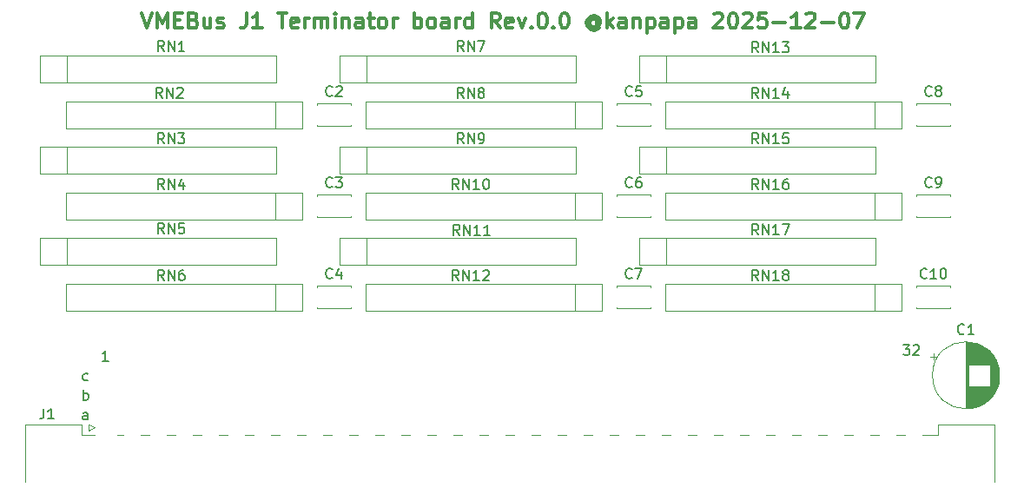
<source format=gto>
G04 #@! TF.GenerationSoftware,KiCad,Pcbnew,9.0.6*
G04 #@! TF.CreationDate,2025-12-07T17:06:00+09:00*
G04 #@! TF.ProjectId,VME_J1_Terminator_type2,564d455f-4a31-45f5-9465-726d696e6174,0.0*
G04 #@! TF.SameCoordinates,PX63c5fe0PY55bb8f0*
G04 #@! TF.FileFunction,Legend,Top*
G04 #@! TF.FilePolarity,Positive*
%FSLAX46Y46*%
G04 Gerber Fmt 4.6, Leading zero omitted, Abs format (unit mm)*
G04 Created by KiCad (PCBNEW 9.0.6) date 2025-12-07 17:06:00*
%MOMM*%
%LPD*%
G01*
G04 APERTURE LIST*
%ADD10C,0.300000*%
%ADD11C,0.150000*%
%ADD12C,0.120000*%
G04 APERTURE END LIST*
D10*
X13010002Y45514172D02*
X13510002Y44014172D01*
X13510002Y44014172D02*
X14010002Y45514172D01*
X14510001Y44014172D02*
X14510001Y45514172D01*
X14510001Y45514172D02*
X15010001Y44442743D01*
X15010001Y44442743D02*
X15510001Y45514172D01*
X15510001Y45514172D02*
X15510001Y44014172D01*
X16224287Y44799886D02*
X16724287Y44799886D01*
X16938573Y44014172D02*
X16224287Y44014172D01*
X16224287Y44014172D02*
X16224287Y45514172D01*
X16224287Y45514172D02*
X16938573Y45514172D01*
X18081430Y44799886D02*
X18295716Y44728458D01*
X18295716Y44728458D02*
X18367145Y44657029D01*
X18367145Y44657029D02*
X18438573Y44514172D01*
X18438573Y44514172D02*
X18438573Y44299886D01*
X18438573Y44299886D02*
X18367145Y44157029D01*
X18367145Y44157029D02*
X18295716Y44085600D01*
X18295716Y44085600D02*
X18152859Y44014172D01*
X18152859Y44014172D02*
X17581430Y44014172D01*
X17581430Y44014172D02*
X17581430Y45514172D01*
X17581430Y45514172D02*
X18081430Y45514172D01*
X18081430Y45514172D02*
X18224288Y45442743D01*
X18224288Y45442743D02*
X18295716Y45371315D01*
X18295716Y45371315D02*
X18367145Y45228458D01*
X18367145Y45228458D02*
X18367145Y45085600D01*
X18367145Y45085600D02*
X18295716Y44942743D01*
X18295716Y44942743D02*
X18224288Y44871315D01*
X18224288Y44871315D02*
X18081430Y44799886D01*
X18081430Y44799886D02*
X17581430Y44799886D01*
X19724288Y45014172D02*
X19724288Y44014172D01*
X19081430Y45014172D02*
X19081430Y44228458D01*
X19081430Y44228458D02*
X19152859Y44085600D01*
X19152859Y44085600D02*
X19295716Y44014172D01*
X19295716Y44014172D02*
X19510002Y44014172D01*
X19510002Y44014172D02*
X19652859Y44085600D01*
X19652859Y44085600D02*
X19724288Y44157029D01*
X20367145Y44085600D02*
X20510002Y44014172D01*
X20510002Y44014172D02*
X20795716Y44014172D01*
X20795716Y44014172D02*
X20938573Y44085600D01*
X20938573Y44085600D02*
X21010002Y44228458D01*
X21010002Y44228458D02*
X21010002Y44299886D01*
X21010002Y44299886D02*
X20938573Y44442743D01*
X20938573Y44442743D02*
X20795716Y44514172D01*
X20795716Y44514172D02*
X20581431Y44514172D01*
X20581431Y44514172D02*
X20438573Y44585600D01*
X20438573Y44585600D02*
X20367145Y44728458D01*
X20367145Y44728458D02*
X20367145Y44799886D01*
X20367145Y44799886D02*
X20438573Y44942743D01*
X20438573Y44942743D02*
X20581431Y45014172D01*
X20581431Y45014172D02*
X20795716Y45014172D01*
X20795716Y45014172D02*
X20938573Y44942743D01*
X23224288Y45514172D02*
X23224288Y44442743D01*
X23224288Y44442743D02*
X23152859Y44228458D01*
X23152859Y44228458D02*
X23010002Y44085600D01*
X23010002Y44085600D02*
X22795716Y44014172D01*
X22795716Y44014172D02*
X22652859Y44014172D01*
X24724288Y44014172D02*
X23867145Y44014172D01*
X24295716Y44014172D02*
X24295716Y45514172D01*
X24295716Y45514172D02*
X24152859Y45299886D01*
X24152859Y45299886D02*
X24010002Y45157029D01*
X24010002Y45157029D02*
X23867145Y45085600D01*
X26295716Y45514172D02*
X27152859Y45514172D01*
X26724287Y44014172D02*
X26724287Y45514172D01*
X28224287Y44085600D02*
X28081430Y44014172D01*
X28081430Y44014172D02*
X27795716Y44014172D01*
X27795716Y44014172D02*
X27652858Y44085600D01*
X27652858Y44085600D02*
X27581430Y44228458D01*
X27581430Y44228458D02*
X27581430Y44799886D01*
X27581430Y44799886D02*
X27652858Y44942743D01*
X27652858Y44942743D02*
X27795716Y45014172D01*
X27795716Y45014172D02*
X28081430Y45014172D01*
X28081430Y45014172D02*
X28224287Y44942743D01*
X28224287Y44942743D02*
X28295716Y44799886D01*
X28295716Y44799886D02*
X28295716Y44657029D01*
X28295716Y44657029D02*
X27581430Y44514172D01*
X28938572Y44014172D02*
X28938572Y45014172D01*
X28938572Y44728458D02*
X29010001Y44871315D01*
X29010001Y44871315D02*
X29081430Y44942743D01*
X29081430Y44942743D02*
X29224287Y45014172D01*
X29224287Y45014172D02*
X29367144Y45014172D01*
X29867143Y44014172D02*
X29867143Y45014172D01*
X29867143Y44871315D02*
X29938572Y44942743D01*
X29938572Y44942743D02*
X30081429Y45014172D01*
X30081429Y45014172D02*
X30295715Y45014172D01*
X30295715Y45014172D02*
X30438572Y44942743D01*
X30438572Y44942743D02*
X30510001Y44799886D01*
X30510001Y44799886D02*
X30510001Y44014172D01*
X30510001Y44799886D02*
X30581429Y44942743D01*
X30581429Y44942743D02*
X30724286Y45014172D01*
X30724286Y45014172D02*
X30938572Y45014172D01*
X30938572Y45014172D02*
X31081429Y44942743D01*
X31081429Y44942743D02*
X31152858Y44799886D01*
X31152858Y44799886D02*
X31152858Y44014172D01*
X31867143Y44014172D02*
X31867143Y45014172D01*
X31867143Y45514172D02*
X31795715Y45442743D01*
X31795715Y45442743D02*
X31867143Y45371315D01*
X31867143Y45371315D02*
X31938572Y45442743D01*
X31938572Y45442743D02*
X31867143Y45514172D01*
X31867143Y45514172D02*
X31867143Y45371315D01*
X32581429Y45014172D02*
X32581429Y44014172D01*
X32581429Y44871315D02*
X32652858Y44942743D01*
X32652858Y44942743D02*
X32795715Y45014172D01*
X32795715Y45014172D02*
X33010001Y45014172D01*
X33010001Y45014172D02*
X33152858Y44942743D01*
X33152858Y44942743D02*
X33224287Y44799886D01*
X33224287Y44799886D02*
X33224287Y44014172D01*
X34581430Y44014172D02*
X34581430Y44799886D01*
X34581430Y44799886D02*
X34510001Y44942743D01*
X34510001Y44942743D02*
X34367144Y45014172D01*
X34367144Y45014172D02*
X34081430Y45014172D01*
X34081430Y45014172D02*
X33938572Y44942743D01*
X34581430Y44085600D02*
X34438572Y44014172D01*
X34438572Y44014172D02*
X34081430Y44014172D01*
X34081430Y44014172D02*
X33938572Y44085600D01*
X33938572Y44085600D02*
X33867144Y44228458D01*
X33867144Y44228458D02*
X33867144Y44371315D01*
X33867144Y44371315D02*
X33938572Y44514172D01*
X33938572Y44514172D02*
X34081430Y44585600D01*
X34081430Y44585600D02*
X34438572Y44585600D01*
X34438572Y44585600D02*
X34581430Y44657029D01*
X35081430Y45014172D02*
X35652858Y45014172D01*
X35295715Y45514172D02*
X35295715Y44228458D01*
X35295715Y44228458D02*
X35367144Y44085600D01*
X35367144Y44085600D02*
X35510001Y44014172D01*
X35510001Y44014172D02*
X35652858Y44014172D01*
X36367144Y44014172D02*
X36224287Y44085600D01*
X36224287Y44085600D02*
X36152858Y44157029D01*
X36152858Y44157029D02*
X36081430Y44299886D01*
X36081430Y44299886D02*
X36081430Y44728458D01*
X36081430Y44728458D02*
X36152858Y44871315D01*
X36152858Y44871315D02*
X36224287Y44942743D01*
X36224287Y44942743D02*
X36367144Y45014172D01*
X36367144Y45014172D02*
X36581430Y45014172D01*
X36581430Y45014172D02*
X36724287Y44942743D01*
X36724287Y44942743D02*
X36795716Y44871315D01*
X36795716Y44871315D02*
X36867144Y44728458D01*
X36867144Y44728458D02*
X36867144Y44299886D01*
X36867144Y44299886D02*
X36795716Y44157029D01*
X36795716Y44157029D02*
X36724287Y44085600D01*
X36724287Y44085600D02*
X36581430Y44014172D01*
X36581430Y44014172D02*
X36367144Y44014172D01*
X37510001Y44014172D02*
X37510001Y45014172D01*
X37510001Y44728458D02*
X37581430Y44871315D01*
X37581430Y44871315D02*
X37652859Y44942743D01*
X37652859Y44942743D02*
X37795716Y45014172D01*
X37795716Y45014172D02*
X37938573Y45014172D01*
X39581429Y44014172D02*
X39581429Y45514172D01*
X39581429Y44942743D02*
X39724287Y45014172D01*
X39724287Y45014172D02*
X40010001Y45014172D01*
X40010001Y45014172D02*
X40152858Y44942743D01*
X40152858Y44942743D02*
X40224287Y44871315D01*
X40224287Y44871315D02*
X40295715Y44728458D01*
X40295715Y44728458D02*
X40295715Y44299886D01*
X40295715Y44299886D02*
X40224287Y44157029D01*
X40224287Y44157029D02*
X40152858Y44085600D01*
X40152858Y44085600D02*
X40010001Y44014172D01*
X40010001Y44014172D02*
X39724287Y44014172D01*
X39724287Y44014172D02*
X39581429Y44085600D01*
X41152858Y44014172D02*
X41010001Y44085600D01*
X41010001Y44085600D02*
X40938572Y44157029D01*
X40938572Y44157029D02*
X40867144Y44299886D01*
X40867144Y44299886D02*
X40867144Y44728458D01*
X40867144Y44728458D02*
X40938572Y44871315D01*
X40938572Y44871315D02*
X41010001Y44942743D01*
X41010001Y44942743D02*
X41152858Y45014172D01*
X41152858Y45014172D02*
X41367144Y45014172D01*
X41367144Y45014172D02*
X41510001Y44942743D01*
X41510001Y44942743D02*
X41581430Y44871315D01*
X41581430Y44871315D02*
X41652858Y44728458D01*
X41652858Y44728458D02*
X41652858Y44299886D01*
X41652858Y44299886D02*
X41581430Y44157029D01*
X41581430Y44157029D02*
X41510001Y44085600D01*
X41510001Y44085600D02*
X41367144Y44014172D01*
X41367144Y44014172D02*
X41152858Y44014172D01*
X42938573Y44014172D02*
X42938573Y44799886D01*
X42938573Y44799886D02*
X42867144Y44942743D01*
X42867144Y44942743D02*
X42724287Y45014172D01*
X42724287Y45014172D02*
X42438573Y45014172D01*
X42438573Y45014172D02*
X42295715Y44942743D01*
X42938573Y44085600D02*
X42795715Y44014172D01*
X42795715Y44014172D02*
X42438573Y44014172D01*
X42438573Y44014172D02*
X42295715Y44085600D01*
X42295715Y44085600D02*
X42224287Y44228458D01*
X42224287Y44228458D02*
X42224287Y44371315D01*
X42224287Y44371315D02*
X42295715Y44514172D01*
X42295715Y44514172D02*
X42438573Y44585600D01*
X42438573Y44585600D02*
X42795715Y44585600D01*
X42795715Y44585600D02*
X42938573Y44657029D01*
X43652858Y44014172D02*
X43652858Y45014172D01*
X43652858Y44728458D02*
X43724287Y44871315D01*
X43724287Y44871315D02*
X43795716Y44942743D01*
X43795716Y44942743D02*
X43938573Y45014172D01*
X43938573Y45014172D02*
X44081430Y45014172D01*
X45224287Y44014172D02*
X45224287Y45514172D01*
X45224287Y44085600D02*
X45081429Y44014172D01*
X45081429Y44014172D02*
X44795715Y44014172D01*
X44795715Y44014172D02*
X44652858Y44085600D01*
X44652858Y44085600D02*
X44581429Y44157029D01*
X44581429Y44157029D02*
X44510001Y44299886D01*
X44510001Y44299886D02*
X44510001Y44728458D01*
X44510001Y44728458D02*
X44581429Y44871315D01*
X44581429Y44871315D02*
X44652858Y44942743D01*
X44652858Y44942743D02*
X44795715Y45014172D01*
X44795715Y45014172D02*
X45081429Y45014172D01*
X45081429Y45014172D02*
X45224287Y44942743D01*
X47938572Y44014172D02*
X47438572Y44728458D01*
X47081429Y44014172D02*
X47081429Y45514172D01*
X47081429Y45514172D02*
X47652858Y45514172D01*
X47652858Y45514172D02*
X47795715Y45442743D01*
X47795715Y45442743D02*
X47867144Y45371315D01*
X47867144Y45371315D02*
X47938572Y45228458D01*
X47938572Y45228458D02*
X47938572Y45014172D01*
X47938572Y45014172D02*
X47867144Y44871315D01*
X47867144Y44871315D02*
X47795715Y44799886D01*
X47795715Y44799886D02*
X47652858Y44728458D01*
X47652858Y44728458D02*
X47081429Y44728458D01*
X49152858Y44085600D02*
X49010001Y44014172D01*
X49010001Y44014172D02*
X48724287Y44014172D01*
X48724287Y44014172D02*
X48581429Y44085600D01*
X48581429Y44085600D02*
X48510001Y44228458D01*
X48510001Y44228458D02*
X48510001Y44799886D01*
X48510001Y44799886D02*
X48581429Y44942743D01*
X48581429Y44942743D02*
X48724287Y45014172D01*
X48724287Y45014172D02*
X49010001Y45014172D01*
X49010001Y45014172D02*
X49152858Y44942743D01*
X49152858Y44942743D02*
X49224287Y44799886D01*
X49224287Y44799886D02*
X49224287Y44657029D01*
X49224287Y44657029D02*
X48510001Y44514172D01*
X49724286Y45014172D02*
X50081429Y44014172D01*
X50081429Y44014172D02*
X50438572Y45014172D01*
X51010000Y44157029D02*
X51081429Y44085600D01*
X51081429Y44085600D02*
X51010000Y44014172D01*
X51010000Y44014172D02*
X50938572Y44085600D01*
X50938572Y44085600D02*
X51010000Y44157029D01*
X51010000Y44157029D02*
X51010000Y44014172D01*
X52010001Y45514172D02*
X52152858Y45514172D01*
X52152858Y45514172D02*
X52295715Y45442743D01*
X52295715Y45442743D02*
X52367144Y45371315D01*
X52367144Y45371315D02*
X52438572Y45228458D01*
X52438572Y45228458D02*
X52510001Y44942743D01*
X52510001Y44942743D02*
X52510001Y44585600D01*
X52510001Y44585600D02*
X52438572Y44299886D01*
X52438572Y44299886D02*
X52367144Y44157029D01*
X52367144Y44157029D02*
X52295715Y44085600D01*
X52295715Y44085600D02*
X52152858Y44014172D01*
X52152858Y44014172D02*
X52010001Y44014172D01*
X52010001Y44014172D02*
X51867144Y44085600D01*
X51867144Y44085600D02*
X51795715Y44157029D01*
X51795715Y44157029D02*
X51724286Y44299886D01*
X51724286Y44299886D02*
X51652858Y44585600D01*
X51652858Y44585600D02*
X51652858Y44942743D01*
X51652858Y44942743D02*
X51724286Y45228458D01*
X51724286Y45228458D02*
X51795715Y45371315D01*
X51795715Y45371315D02*
X51867144Y45442743D01*
X51867144Y45442743D02*
X52010001Y45514172D01*
X53152857Y44157029D02*
X53224286Y44085600D01*
X53224286Y44085600D02*
X53152857Y44014172D01*
X53152857Y44014172D02*
X53081429Y44085600D01*
X53081429Y44085600D02*
X53152857Y44157029D01*
X53152857Y44157029D02*
X53152857Y44014172D01*
X54152858Y45514172D02*
X54295715Y45514172D01*
X54295715Y45514172D02*
X54438572Y45442743D01*
X54438572Y45442743D02*
X54510001Y45371315D01*
X54510001Y45371315D02*
X54581429Y45228458D01*
X54581429Y45228458D02*
X54652858Y44942743D01*
X54652858Y44942743D02*
X54652858Y44585600D01*
X54652858Y44585600D02*
X54581429Y44299886D01*
X54581429Y44299886D02*
X54510001Y44157029D01*
X54510001Y44157029D02*
X54438572Y44085600D01*
X54438572Y44085600D02*
X54295715Y44014172D01*
X54295715Y44014172D02*
X54152858Y44014172D01*
X54152858Y44014172D02*
X54010001Y44085600D01*
X54010001Y44085600D02*
X53938572Y44157029D01*
X53938572Y44157029D02*
X53867143Y44299886D01*
X53867143Y44299886D02*
X53795715Y44585600D01*
X53795715Y44585600D02*
X53795715Y44942743D01*
X53795715Y44942743D02*
X53867143Y45228458D01*
X53867143Y45228458D02*
X53938572Y45371315D01*
X53938572Y45371315D02*
X54010001Y45442743D01*
X54010001Y45442743D02*
X54152858Y45514172D01*
X57367143Y44728458D02*
X57295714Y44799886D01*
X57295714Y44799886D02*
X57152857Y44871315D01*
X57152857Y44871315D02*
X57010000Y44871315D01*
X57010000Y44871315D02*
X56867143Y44799886D01*
X56867143Y44799886D02*
X56795714Y44728458D01*
X56795714Y44728458D02*
X56724286Y44585600D01*
X56724286Y44585600D02*
X56724286Y44442743D01*
X56724286Y44442743D02*
X56795714Y44299886D01*
X56795714Y44299886D02*
X56867143Y44228458D01*
X56867143Y44228458D02*
X57010000Y44157029D01*
X57010000Y44157029D02*
X57152857Y44157029D01*
X57152857Y44157029D02*
X57295714Y44228458D01*
X57295714Y44228458D02*
X57367143Y44299886D01*
X57367143Y44871315D02*
X57367143Y44299886D01*
X57367143Y44299886D02*
X57438571Y44228458D01*
X57438571Y44228458D02*
X57510000Y44228458D01*
X57510000Y44228458D02*
X57652857Y44299886D01*
X57652857Y44299886D02*
X57724286Y44442743D01*
X57724286Y44442743D02*
X57724286Y44799886D01*
X57724286Y44799886D02*
X57581429Y45014172D01*
X57581429Y45014172D02*
X57367143Y45157029D01*
X57367143Y45157029D02*
X57081429Y45228458D01*
X57081429Y45228458D02*
X56795714Y45157029D01*
X56795714Y45157029D02*
X56581429Y45014172D01*
X56581429Y45014172D02*
X56438571Y44799886D01*
X56438571Y44799886D02*
X56367143Y44514172D01*
X56367143Y44514172D02*
X56438571Y44228458D01*
X56438571Y44228458D02*
X56581429Y44014172D01*
X56581429Y44014172D02*
X56795714Y43871315D01*
X56795714Y43871315D02*
X57081429Y43799886D01*
X57081429Y43799886D02*
X57367143Y43871315D01*
X57367143Y43871315D02*
X57581429Y44014172D01*
X58367142Y44014172D02*
X58367142Y45514172D01*
X58510000Y44585600D02*
X58938571Y44014172D01*
X58938571Y45014172D02*
X58367142Y44442743D01*
X60224286Y44014172D02*
X60224286Y44799886D01*
X60224286Y44799886D02*
X60152857Y44942743D01*
X60152857Y44942743D02*
X60010000Y45014172D01*
X60010000Y45014172D02*
X59724286Y45014172D01*
X59724286Y45014172D02*
X59581428Y44942743D01*
X60224286Y44085600D02*
X60081428Y44014172D01*
X60081428Y44014172D02*
X59724286Y44014172D01*
X59724286Y44014172D02*
X59581428Y44085600D01*
X59581428Y44085600D02*
X59510000Y44228458D01*
X59510000Y44228458D02*
X59510000Y44371315D01*
X59510000Y44371315D02*
X59581428Y44514172D01*
X59581428Y44514172D02*
X59724286Y44585600D01*
X59724286Y44585600D02*
X60081428Y44585600D01*
X60081428Y44585600D02*
X60224286Y44657029D01*
X60938571Y45014172D02*
X60938571Y44014172D01*
X60938571Y44871315D02*
X61010000Y44942743D01*
X61010000Y44942743D02*
X61152857Y45014172D01*
X61152857Y45014172D02*
X61367143Y45014172D01*
X61367143Y45014172D02*
X61510000Y44942743D01*
X61510000Y44942743D02*
X61581429Y44799886D01*
X61581429Y44799886D02*
X61581429Y44014172D01*
X62295714Y45014172D02*
X62295714Y43514172D01*
X62295714Y44942743D02*
X62438572Y45014172D01*
X62438572Y45014172D02*
X62724286Y45014172D01*
X62724286Y45014172D02*
X62867143Y44942743D01*
X62867143Y44942743D02*
X62938572Y44871315D01*
X62938572Y44871315D02*
X63010000Y44728458D01*
X63010000Y44728458D02*
X63010000Y44299886D01*
X63010000Y44299886D02*
X62938572Y44157029D01*
X62938572Y44157029D02*
X62867143Y44085600D01*
X62867143Y44085600D02*
X62724286Y44014172D01*
X62724286Y44014172D02*
X62438572Y44014172D01*
X62438572Y44014172D02*
X62295714Y44085600D01*
X64295715Y44014172D02*
X64295715Y44799886D01*
X64295715Y44799886D02*
X64224286Y44942743D01*
X64224286Y44942743D02*
X64081429Y45014172D01*
X64081429Y45014172D02*
X63795715Y45014172D01*
X63795715Y45014172D02*
X63652857Y44942743D01*
X64295715Y44085600D02*
X64152857Y44014172D01*
X64152857Y44014172D02*
X63795715Y44014172D01*
X63795715Y44014172D02*
X63652857Y44085600D01*
X63652857Y44085600D02*
X63581429Y44228458D01*
X63581429Y44228458D02*
X63581429Y44371315D01*
X63581429Y44371315D02*
X63652857Y44514172D01*
X63652857Y44514172D02*
X63795715Y44585600D01*
X63795715Y44585600D02*
X64152857Y44585600D01*
X64152857Y44585600D02*
X64295715Y44657029D01*
X65010000Y45014172D02*
X65010000Y43514172D01*
X65010000Y44942743D02*
X65152858Y45014172D01*
X65152858Y45014172D02*
X65438572Y45014172D01*
X65438572Y45014172D02*
X65581429Y44942743D01*
X65581429Y44942743D02*
X65652858Y44871315D01*
X65652858Y44871315D02*
X65724286Y44728458D01*
X65724286Y44728458D02*
X65724286Y44299886D01*
X65724286Y44299886D02*
X65652858Y44157029D01*
X65652858Y44157029D02*
X65581429Y44085600D01*
X65581429Y44085600D02*
X65438572Y44014172D01*
X65438572Y44014172D02*
X65152858Y44014172D01*
X65152858Y44014172D02*
X65010000Y44085600D01*
X67010001Y44014172D02*
X67010001Y44799886D01*
X67010001Y44799886D02*
X66938572Y44942743D01*
X66938572Y44942743D02*
X66795715Y45014172D01*
X66795715Y45014172D02*
X66510001Y45014172D01*
X66510001Y45014172D02*
X66367143Y44942743D01*
X67010001Y44085600D02*
X66867143Y44014172D01*
X66867143Y44014172D02*
X66510001Y44014172D01*
X66510001Y44014172D02*
X66367143Y44085600D01*
X66367143Y44085600D02*
X66295715Y44228458D01*
X66295715Y44228458D02*
X66295715Y44371315D01*
X66295715Y44371315D02*
X66367143Y44514172D01*
X66367143Y44514172D02*
X66510001Y44585600D01*
X66510001Y44585600D02*
X66867143Y44585600D01*
X66867143Y44585600D02*
X67010001Y44657029D01*
X68795715Y45371315D02*
X68867143Y45442743D01*
X68867143Y45442743D02*
X69010001Y45514172D01*
X69010001Y45514172D02*
X69367143Y45514172D01*
X69367143Y45514172D02*
X69510001Y45442743D01*
X69510001Y45442743D02*
X69581429Y45371315D01*
X69581429Y45371315D02*
X69652858Y45228458D01*
X69652858Y45228458D02*
X69652858Y45085600D01*
X69652858Y45085600D02*
X69581429Y44871315D01*
X69581429Y44871315D02*
X68724286Y44014172D01*
X68724286Y44014172D02*
X69652858Y44014172D01*
X70581429Y45514172D02*
X70724286Y45514172D01*
X70724286Y45514172D02*
X70867143Y45442743D01*
X70867143Y45442743D02*
X70938572Y45371315D01*
X70938572Y45371315D02*
X71010000Y45228458D01*
X71010000Y45228458D02*
X71081429Y44942743D01*
X71081429Y44942743D02*
X71081429Y44585600D01*
X71081429Y44585600D02*
X71010000Y44299886D01*
X71010000Y44299886D02*
X70938572Y44157029D01*
X70938572Y44157029D02*
X70867143Y44085600D01*
X70867143Y44085600D02*
X70724286Y44014172D01*
X70724286Y44014172D02*
X70581429Y44014172D01*
X70581429Y44014172D02*
X70438572Y44085600D01*
X70438572Y44085600D02*
X70367143Y44157029D01*
X70367143Y44157029D02*
X70295714Y44299886D01*
X70295714Y44299886D02*
X70224286Y44585600D01*
X70224286Y44585600D02*
X70224286Y44942743D01*
X70224286Y44942743D02*
X70295714Y45228458D01*
X70295714Y45228458D02*
X70367143Y45371315D01*
X70367143Y45371315D02*
X70438572Y45442743D01*
X70438572Y45442743D02*
X70581429Y45514172D01*
X71652857Y45371315D02*
X71724285Y45442743D01*
X71724285Y45442743D02*
X71867143Y45514172D01*
X71867143Y45514172D02*
X72224285Y45514172D01*
X72224285Y45514172D02*
X72367143Y45442743D01*
X72367143Y45442743D02*
X72438571Y45371315D01*
X72438571Y45371315D02*
X72510000Y45228458D01*
X72510000Y45228458D02*
X72510000Y45085600D01*
X72510000Y45085600D02*
X72438571Y44871315D01*
X72438571Y44871315D02*
X71581428Y44014172D01*
X71581428Y44014172D02*
X72510000Y44014172D01*
X73867142Y45514172D02*
X73152856Y45514172D01*
X73152856Y45514172D02*
X73081428Y44799886D01*
X73081428Y44799886D02*
X73152856Y44871315D01*
X73152856Y44871315D02*
X73295714Y44942743D01*
X73295714Y44942743D02*
X73652856Y44942743D01*
X73652856Y44942743D02*
X73795714Y44871315D01*
X73795714Y44871315D02*
X73867142Y44799886D01*
X73867142Y44799886D02*
X73938571Y44657029D01*
X73938571Y44657029D02*
X73938571Y44299886D01*
X73938571Y44299886D02*
X73867142Y44157029D01*
X73867142Y44157029D02*
X73795714Y44085600D01*
X73795714Y44085600D02*
X73652856Y44014172D01*
X73652856Y44014172D02*
X73295714Y44014172D01*
X73295714Y44014172D02*
X73152856Y44085600D01*
X73152856Y44085600D02*
X73081428Y44157029D01*
X74581427Y44585600D02*
X75724285Y44585600D01*
X77224285Y44014172D02*
X76367142Y44014172D01*
X76795713Y44014172D02*
X76795713Y45514172D01*
X76795713Y45514172D02*
X76652856Y45299886D01*
X76652856Y45299886D02*
X76509999Y45157029D01*
X76509999Y45157029D02*
X76367142Y45085600D01*
X77795713Y45371315D02*
X77867141Y45442743D01*
X77867141Y45442743D02*
X78009999Y45514172D01*
X78009999Y45514172D02*
X78367141Y45514172D01*
X78367141Y45514172D02*
X78509999Y45442743D01*
X78509999Y45442743D02*
X78581427Y45371315D01*
X78581427Y45371315D02*
X78652856Y45228458D01*
X78652856Y45228458D02*
X78652856Y45085600D01*
X78652856Y45085600D02*
X78581427Y44871315D01*
X78581427Y44871315D02*
X77724284Y44014172D01*
X77724284Y44014172D02*
X78652856Y44014172D01*
X79295712Y44585600D02*
X80438570Y44585600D01*
X81438570Y45514172D02*
X81581427Y45514172D01*
X81581427Y45514172D02*
X81724284Y45442743D01*
X81724284Y45442743D02*
X81795713Y45371315D01*
X81795713Y45371315D02*
X81867141Y45228458D01*
X81867141Y45228458D02*
X81938570Y44942743D01*
X81938570Y44942743D02*
X81938570Y44585600D01*
X81938570Y44585600D02*
X81867141Y44299886D01*
X81867141Y44299886D02*
X81795713Y44157029D01*
X81795713Y44157029D02*
X81724284Y44085600D01*
X81724284Y44085600D02*
X81581427Y44014172D01*
X81581427Y44014172D02*
X81438570Y44014172D01*
X81438570Y44014172D02*
X81295713Y44085600D01*
X81295713Y44085600D02*
X81224284Y44157029D01*
X81224284Y44157029D02*
X81152855Y44299886D01*
X81152855Y44299886D02*
X81081427Y44585600D01*
X81081427Y44585600D02*
X81081427Y44942743D01*
X81081427Y44942743D02*
X81152855Y45228458D01*
X81152855Y45228458D02*
X81224284Y45371315D01*
X81224284Y45371315D02*
X81295713Y45442743D01*
X81295713Y45442743D02*
X81438570Y45514172D01*
X82438569Y45514172D02*
X83438569Y45514172D01*
X83438569Y45514172D02*
X82795712Y44014172D01*
D11*
X9750588Y11560181D02*
X9179160Y11560181D01*
X9464874Y11560181D02*
X9464874Y12560181D01*
X9464874Y12560181D02*
X9369636Y12417324D01*
X9369636Y12417324D02*
X9274398Y12322086D01*
X9274398Y12322086D02*
X9179160Y12274467D01*
X7750350Y5845181D02*
X7750350Y6368991D01*
X7750350Y6368991D02*
X7702731Y6464229D01*
X7702731Y6464229D02*
X7607493Y6511848D01*
X7607493Y6511848D02*
X7417017Y6511848D01*
X7417017Y6511848D02*
X7321779Y6464229D01*
X7750350Y5892800D02*
X7655112Y5845181D01*
X7655112Y5845181D02*
X7417017Y5845181D01*
X7417017Y5845181D02*
X7321779Y5892800D01*
X7321779Y5892800D02*
X7274160Y5988039D01*
X7274160Y5988039D02*
X7274160Y6083277D01*
X7274160Y6083277D02*
X7321779Y6178515D01*
X7321779Y6178515D02*
X7417017Y6226134D01*
X7417017Y6226134D02*
X7655112Y6226134D01*
X7655112Y6226134D02*
X7750350Y6273753D01*
X7750350Y9702800D02*
X7655112Y9655181D01*
X7655112Y9655181D02*
X7464636Y9655181D01*
X7464636Y9655181D02*
X7369398Y9702800D01*
X7369398Y9702800D02*
X7321779Y9750420D01*
X7321779Y9750420D02*
X7274160Y9845658D01*
X7274160Y9845658D02*
X7274160Y10131372D01*
X7274160Y10131372D02*
X7321779Y10226610D01*
X7321779Y10226610D02*
X7369398Y10274229D01*
X7369398Y10274229D02*
X7464636Y10321848D01*
X7464636Y10321848D02*
X7655112Y10321848D01*
X7655112Y10321848D02*
X7750350Y10274229D01*
X7321779Y7750181D02*
X7321779Y8750181D01*
X7321779Y8369229D02*
X7417017Y8416848D01*
X7417017Y8416848D02*
X7607493Y8416848D01*
X7607493Y8416848D02*
X7702731Y8369229D01*
X7702731Y8369229D02*
X7750350Y8321610D01*
X7750350Y8321610D02*
X7797969Y8226372D01*
X7797969Y8226372D02*
X7797969Y7940658D01*
X7797969Y7940658D02*
X7750350Y7845420D01*
X7750350Y7845420D02*
X7702731Y7797800D01*
X7702731Y7797800D02*
X7607493Y7750181D01*
X7607493Y7750181D02*
X7417017Y7750181D01*
X7417017Y7750181D02*
X7321779Y7797800D01*
X87236541Y13129181D02*
X87855588Y13129181D01*
X87855588Y13129181D02*
X87522255Y12748229D01*
X87522255Y12748229D02*
X87665112Y12748229D01*
X87665112Y12748229D02*
X87760350Y12700610D01*
X87760350Y12700610D02*
X87807969Y12652991D01*
X87807969Y12652991D02*
X87855588Y12557753D01*
X87855588Y12557753D02*
X87855588Y12319658D01*
X87855588Y12319658D02*
X87807969Y12224420D01*
X87807969Y12224420D02*
X87760350Y12176800D01*
X87760350Y12176800D02*
X87665112Y12129181D01*
X87665112Y12129181D02*
X87379398Y12129181D01*
X87379398Y12129181D02*
X87284160Y12176800D01*
X87284160Y12176800D02*
X87236541Y12224420D01*
X88236541Y13033943D02*
X88284160Y13081562D01*
X88284160Y13081562D02*
X88379398Y13129181D01*
X88379398Y13129181D02*
X88617493Y13129181D01*
X88617493Y13129181D02*
X88712731Y13081562D01*
X88712731Y13081562D02*
X88760350Y13033943D01*
X88760350Y13033943D02*
X88807969Y12938705D01*
X88807969Y12938705D02*
X88807969Y12843467D01*
X88807969Y12843467D02*
X88760350Y12700610D01*
X88760350Y12700610D02*
X88188922Y12129181D01*
X88188922Y12129181D02*
X88807969Y12129181D01*
X43918333Y28320181D02*
X43585000Y28796372D01*
X43346905Y28320181D02*
X43346905Y29320181D01*
X43346905Y29320181D02*
X43727857Y29320181D01*
X43727857Y29320181D02*
X43823095Y29272562D01*
X43823095Y29272562D02*
X43870714Y29224943D01*
X43870714Y29224943D02*
X43918333Y29129705D01*
X43918333Y29129705D02*
X43918333Y28986848D01*
X43918333Y28986848D02*
X43870714Y28891610D01*
X43870714Y28891610D02*
X43823095Y28843991D01*
X43823095Y28843991D02*
X43727857Y28796372D01*
X43727857Y28796372D02*
X43346905Y28796372D01*
X44346905Y28320181D02*
X44346905Y29320181D01*
X44346905Y29320181D02*
X44918333Y28320181D01*
X44918333Y28320181D02*
X44918333Y29320181D01*
X45918333Y28320181D02*
X45346905Y28320181D01*
X45632619Y28320181D02*
X45632619Y29320181D01*
X45632619Y29320181D02*
X45537381Y29177324D01*
X45537381Y29177324D02*
X45442143Y29082086D01*
X45442143Y29082086D02*
X45346905Y29034467D01*
X46537381Y29320181D02*
X46632619Y29320181D01*
X46632619Y29320181D02*
X46727857Y29272562D01*
X46727857Y29272562D02*
X46775476Y29224943D01*
X46775476Y29224943D02*
X46823095Y29129705D01*
X46823095Y29129705D02*
X46870714Y28939229D01*
X46870714Y28939229D02*
X46870714Y28701134D01*
X46870714Y28701134D02*
X46823095Y28510658D01*
X46823095Y28510658D02*
X46775476Y28415420D01*
X46775476Y28415420D02*
X46727857Y28367800D01*
X46727857Y28367800D02*
X46632619Y28320181D01*
X46632619Y28320181D02*
X46537381Y28320181D01*
X46537381Y28320181D02*
X46442143Y28367800D01*
X46442143Y28367800D02*
X46394524Y28415420D01*
X46394524Y28415420D02*
X46346905Y28510658D01*
X46346905Y28510658D02*
X46299286Y28701134D01*
X46299286Y28701134D02*
X46299286Y28939229D01*
X46299286Y28939229D02*
X46346905Y29129705D01*
X46346905Y29129705D02*
X46394524Y29224943D01*
X46394524Y29224943D02*
X46442143Y29272562D01*
X46442143Y29272562D02*
X46537381Y29320181D01*
X60793333Y19670420D02*
X60745714Y19622800D01*
X60745714Y19622800D02*
X60602857Y19575181D01*
X60602857Y19575181D02*
X60507619Y19575181D01*
X60507619Y19575181D02*
X60364762Y19622800D01*
X60364762Y19622800D02*
X60269524Y19718039D01*
X60269524Y19718039D02*
X60221905Y19813277D01*
X60221905Y19813277D02*
X60174286Y20003753D01*
X60174286Y20003753D02*
X60174286Y20146610D01*
X60174286Y20146610D02*
X60221905Y20337086D01*
X60221905Y20337086D02*
X60269524Y20432324D01*
X60269524Y20432324D02*
X60364762Y20527562D01*
X60364762Y20527562D02*
X60507619Y20575181D01*
X60507619Y20575181D02*
X60602857Y20575181D01*
X60602857Y20575181D02*
X60745714Y20527562D01*
X60745714Y20527562D02*
X60793333Y20479943D01*
X61126667Y20575181D02*
X61793333Y20575181D01*
X61793333Y20575181D02*
X61364762Y19575181D01*
X73128333Y23875181D02*
X72795000Y24351372D01*
X72556905Y23875181D02*
X72556905Y24875181D01*
X72556905Y24875181D02*
X72937857Y24875181D01*
X72937857Y24875181D02*
X73033095Y24827562D01*
X73033095Y24827562D02*
X73080714Y24779943D01*
X73080714Y24779943D02*
X73128333Y24684705D01*
X73128333Y24684705D02*
X73128333Y24541848D01*
X73128333Y24541848D02*
X73080714Y24446610D01*
X73080714Y24446610D02*
X73033095Y24398991D01*
X73033095Y24398991D02*
X72937857Y24351372D01*
X72937857Y24351372D02*
X72556905Y24351372D01*
X73556905Y23875181D02*
X73556905Y24875181D01*
X73556905Y24875181D02*
X74128333Y23875181D01*
X74128333Y23875181D02*
X74128333Y24875181D01*
X75128333Y23875181D02*
X74556905Y23875181D01*
X74842619Y23875181D02*
X74842619Y24875181D01*
X74842619Y24875181D02*
X74747381Y24732324D01*
X74747381Y24732324D02*
X74652143Y24637086D01*
X74652143Y24637086D02*
X74556905Y24589467D01*
X75461667Y24875181D02*
X76128333Y24875181D01*
X76128333Y24875181D02*
X75699762Y23875181D01*
X73128333Y41655181D02*
X72795000Y42131372D01*
X72556905Y41655181D02*
X72556905Y42655181D01*
X72556905Y42655181D02*
X72937857Y42655181D01*
X72937857Y42655181D02*
X73033095Y42607562D01*
X73033095Y42607562D02*
X73080714Y42559943D01*
X73080714Y42559943D02*
X73128333Y42464705D01*
X73128333Y42464705D02*
X73128333Y42321848D01*
X73128333Y42321848D02*
X73080714Y42226610D01*
X73080714Y42226610D02*
X73033095Y42178991D01*
X73033095Y42178991D02*
X72937857Y42131372D01*
X72937857Y42131372D02*
X72556905Y42131372D01*
X73556905Y41655181D02*
X73556905Y42655181D01*
X73556905Y42655181D02*
X74128333Y41655181D01*
X74128333Y41655181D02*
X74128333Y42655181D01*
X75128333Y41655181D02*
X74556905Y41655181D01*
X74842619Y41655181D02*
X74842619Y42655181D01*
X74842619Y42655181D02*
X74747381Y42512324D01*
X74747381Y42512324D02*
X74652143Y42417086D01*
X74652143Y42417086D02*
X74556905Y42369467D01*
X75461667Y42655181D02*
X76080714Y42655181D01*
X76080714Y42655181D02*
X75747381Y42274229D01*
X75747381Y42274229D02*
X75890238Y42274229D01*
X75890238Y42274229D02*
X75985476Y42226610D01*
X75985476Y42226610D02*
X76033095Y42178991D01*
X76033095Y42178991D02*
X76080714Y42083753D01*
X76080714Y42083753D02*
X76080714Y41845658D01*
X76080714Y41845658D02*
X76033095Y41750420D01*
X76033095Y41750420D02*
X75985476Y41702800D01*
X75985476Y41702800D02*
X75890238Y41655181D01*
X75890238Y41655181D02*
X75604524Y41655181D01*
X75604524Y41655181D02*
X75509286Y41702800D01*
X75509286Y41702800D02*
X75461667Y41750420D01*
X15029523Y37230181D02*
X14696190Y37706372D01*
X14458095Y37230181D02*
X14458095Y38230181D01*
X14458095Y38230181D02*
X14839047Y38230181D01*
X14839047Y38230181D02*
X14934285Y38182562D01*
X14934285Y38182562D02*
X14981904Y38134943D01*
X14981904Y38134943D02*
X15029523Y38039705D01*
X15029523Y38039705D02*
X15029523Y37896848D01*
X15029523Y37896848D02*
X14981904Y37801610D01*
X14981904Y37801610D02*
X14934285Y37753991D01*
X14934285Y37753991D02*
X14839047Y37706372D01*
X14839047Y37706372D02*
X14458095Y37706372D01*
X15458095Y37230181D02*
X15458095Y38230181D01*
X15458095Y38230181D02*
X16029523Y37230181D01*
X16029523Y37230181D02*
X16029523Y38230181D01*
X16458095Y38134943D02*
X16505714Y38182562D01*
X16505714Y38182562D02*
X16600952Y38230181D01*
X16600952Y38230181D02*
X16839047Y38230181D01*
X16839047Y38230181D02*
X16934285Y38182562D01*
X16934285Y38182562D02*
X16981904Y38134943D01*
X16981904Y38134943D02*
X17029523Y38039705D01*
X17029523Y38039705D02*
X17029523Y37944467D01*
X17029523Y37944467D02*
X16981904Y37801610D01*
X16981904Y37801610D02*
X16410476Y37230181D01*
X16410476Y37230181D02*
X17029523Y37230181D01*
X15184523Y23980181D02*
X14851190Y24456372D01*
X14613095Y23980181D02*
X14613095Y24980181D01*
X14613095Y24980181D02*
X14994047Y24980181D01*
X14994047Y24980181D02*
X15089285Y24932562D01*
X15089285Y24932562D02*
X15136904Y24884943D01*
X15136904Y24884943D02*
X15184523Y24789705D01*
X15184523Y24789705D02*
X15184523Y24646848D01*
X15184523Y24646848D02*
X15136904Y24551610D01*
X15136904Y24551610D02*
X15089285Y24503991D01*
X15089285Y24503991D02*
X14994047Y24456372D01*
X14994047Y24456372D02*
X14613095Y24456372D01*
X15613095Y23980181D02*
X15613095Y24980181D01*
X15613095Y24980181D02*
X16184523Y23980181D01*
X16184523Y23980181D02*
X16184523Y24980181D01*
X17136904Y24980181D02*
X16660714Y24980181D01*
X16660714Y24980181D02*
X16613095Y24503991D01*
X16613095Y24503991D02*
X16660714Y24551610D01*
X16660714Y24551610D02*
X16755952Y24599229D01*
X16755952Y24599229D02*
X16994047Y24599229D01*
X16994047Y24599229D02*
X17089285Y24551610D01*
X17089285Y24551610D02*
X17136904Y24503991D01*
X17136904Y24503991D02*
X17184523Y24408753D01*
X17184523Y24408753D02*
X17184523Y24170658D01*
X17184523Y24170658D02*
X17136904Y24075420D01*
X17136904Y24075420D02*
X17089285Y24027800D01*
X17089285Y24027800D02*
X16994047Y23980181D01*
X16994047Y23980181D02*
X16755952Y23980181D01*
X16755952Y23980181D02*
X16660714Y24027800D01*
X16660714Y24027800D02*
X16613095Y24075420D01*
X31583333Y37450420D02*
X31535714Y37402800D01*
X31535714Y37402800D02*
X31392857Y37355181D01*
X31392857Y37355181D02*
X31297619Y37355181D01*
X31297619Y37355181D02*
X31154762Y37402800D01*
X31154762Y37402800D02*
X31059524Y37498039D01*
X31059524Y37498039D02*
X31011905Y37593277D01*
X31011905Y37593277D02*
X30964286Y37783753D01*
X30964286Y37783753D02*
X30964286Y37926610D01*
X30964286Y37926610D02*
X31011905Y38117086D01*
X31011905Y38117086D02*
X31059524Y38212324D01*
X31059524Y38212324D02*
X31154762Y38307562D01*
X31154762Y38307562D02*
X31297619Y38355181D01*
X31297619Y38355181D02*
X31392857Y38355181D01*
X31392857Y38355181D02*
X31535714Y38307562D01*
X31535714Y38307562D02*
X31583333Y38259943D01*
X31964286Y38259943D02*
X32011905Y38307562D01*
X32011905Y38307562D02*
X32107143Y38355181D01*
X32107143Y38355181D02*
X32345238Y38355181D01*
X32345238Y38355181D02*
X32440476Y38307562D01*
X32440476Y38307562D02*
X32488095Y38259943D01*
X32488095Y38259943D02*
X32535714Y38164705D01*
X32535714Y38164705D02*
X32535714Y38069467D01*
X32535714Y38069467D02*
X32488095Y37926610D01*
X32488095Y37926610D02*
X31916667Y37355181D01*
X31916667Y37355181D02*
X32535714Y37355181D01*
X31583333Y19670420D02*
X31535714Y19622800D01*
X31535714Y19622800D02*
X31392857Y19575181D01*
X31392857Y19575181D02*
X31297619Y19575181D01*
X31297619Y19575181D02*
X31154762Y19622800D01*
X31154762Y19622800D02*
X31059524Y19718039D01*
X31059524Y19718039D02*
X31011905Y19813277D01*
X31011905Y19813277D02*
X30964286Y20003753D01*
X30964286Y20003753D02*
X30964286Y20146610D01*
X30964286Y20146610D02*
X31011905Y20337086D01*
X31011905Y20337086D02*
X31059524Y20432324D01*
X31059524Y20432324D02*
X31154762Y20527562D01*
X31154762Y20527562D02*
X31297619Y20575181D01*
X31297619Y20575181D02*
X31392857Y20575181D01*
X31392857Y20575181D02*
X31535714Y20527562D01*
X31535714Y20527562D02*
X31583333Y20479943D01*
X32440476Y20241848D02*
X32440476Y19575181D01*
X32202381Y20622800D02*
X31964286Y19908515D01*
X31964286Y19908515D02*
X32583333Y19908515D01*
X44394523Y41760181D02*
X44061190Y42236372D01*
X43823095Y41760181D02*
X43823095Y42760181D01*
X43823095Y42760181D02*
X44204047Y42760181D01*
X44204047Y42760181D02*
X44299285Y42712562D01*
X44299285Y42712562D02*
X44346904Y42664943D01*
X44346904Y42664943D02*
X44394523Y42569705D01*
X44394523Y42569705D02*
X44394523Y42426848D01*
X44394523Y42426848D02*
X44346904Y42331610D01*
X44346904Y42331610D02*
X44299285Y42283991D01*
X44299285Y42283991D02*
X44204047Y42236372D01*
X44204047Y42236372D02*
X43823095Y42236372D01*
X44823095Y41760181D02*
X44823095Y42760181D01*
X44823095Y42760181D02*
X45394523Y41760181D01*
X45394523Y41760181D02*
X45394523Y42760181D01*
X45775476Y42760181D02*
X46442142Y42760181D01*
X46442142Y42760181D02*
X46013571Y41760181D01*
X44394523Y32765181D02*
X44061190Y33241372D01*
X43823095Y32765181D02*
X43823095Y33765181D01*
X43823095Y33765181D02*
X44204047Y33765181D01*
X44204047Y33765181D02*
X44299285Y33717562D01*
X44299285Y33717562D02*
X44346904Y33669943D01*
X44346904Y33669943D02*
X44394523Y33574705D01*
X44394523Y33574705D02*
X44394523Y33431848D01*
X44394523Y33431848D02*
X44346904Y33336610D01*
X44346904Y33336610D02*
X44299285Y33288991D01*
X44299285Y33288991D02*
X44204047Y33241372D01*
X44204047Y33241372D02*
X43823095Y33241372D01*
X44823095Y32765181D02*
X44823095Y33765181D01*
X44823095Y33765181D02*
X45394523Y32765181D01*
X45394523Y32765181D02*
X45394523Y33765181D01*
X45918333Y32765181D02*
X46108809Y32765181D01*
X46108809Y32765181D02*
X46204047Y32812800D01*
X46204047Y32812800D02*
X46251666Y32860420D01*
X46251666Y32860420D02*
X46346904Y33003277D01*
X46346904Y33003277D02*
X46394523Y33193753D01*
X46394523Y33193753D02*
X46394523Y33574705D01*
X46394523Y33574705D02*
X46346904Y33669943D01*
X46346904Y33669943D02*
X46299285Y33717562D01*
X46299285Y33717562D02*
X46204047Y33765181D01*
X46204047Y33765181D02*
X46013571Y33765181D01*
X46013571Y33765181D02*
X45918333Y33717562D01*
X45918333Y33717562D02*
X45870714Y33669943D01*
X45870714Y33669943D02*
X45823095Y33574705D01*
X45823095Y33574705D02*
X45823095Y33336610D01*
X45823095Y33336610D02*
X45870714Y33241372D01*
X45870714Y33241372D02*
X45918333Y33193753D01*
X45918333Y33193753D02*
X46013571Y33146134D01*
X46013571Y33146134D02*
X46204047Y33146134D01*
X46204047Y33146134D02*
X46299285Y33193753D01*
X46299285Y33193753D02*
X46346904Y33241372D01*
X46346904Y33241372D02*
X46394523Y33336610D01*
X90003333Y37450420D02*
X89955714Y37402800D01*
X89955714Y37402800D02*
X89812857Y37355181D01*
X89812857Y37355181D02*
X89717619Y37355181D01*
X89717619Y37355181D02*
X89574762Y37402800D01*
X89574762Y37402800D02*
X89479524Y37498039D01*
X89479524Y37498039D02*
X89431905Y37593277D01*
X89431905Y37593277D02*
X89384286Y37783753D01*
X89384286Y37783753D02*
X89384286Y37926610D01*
X89384286Y37926610D02*
X89431905Y38117086D01*
X89431905Y38117086D02*
X89479524Y38212324D01*
X89479524Y38212324D02*
X89574762Y38307562D01*
X89574762Y38307562D02*
X89717619Y38355181D01*
X89717619Y38355181D02*
X89812857Y38355181D01*
X89812857Y38355181D02*
X89955714Y38307562D01*
X89955714Y38307562D02*
X90003333Y38259943D01*
X90574762Y37926610D02*
X90479524Y37974229D01*
X90479524Y37974229D02*
X90431905Y38021848D01*
X90431905Y38021848D02*
X90384286Y38117086D01*
X90384286Y38117086D02*
X90384286Y38164705D01*
X90384286Y38164705D02*
X90431905Y38259943D01*
X90431905Y38259943D02*
X90479524Y38307562D01*
X90479524Y38307562D02*
X90574762Y38355181D01*
X90574762Y38355181D02*
X90765238Y38355181D01*
X90765238Y38355181D02*
X90860476Y38307562D01*
X90860476Y38307562D02*
X90908095Y38259943D01*
X90908095Y38259943D02*
X90955714Y38164705D01*
X90955714Y38164705D02*
X90955714Y38117086D01*
X90955714Y38117086D02*
X90908095Y38021848D01*
X90908095Y38021848D02*
X90860476Y37974229D01*
X90860476Y37974229D02*
X90765238Y37926610D01*
X90765238Y37926610D02*
X90574762Y37926610D01*
X90574762Y37926610D02*
X90479524Y37878991D01*
X90479524Y37878991D02*
X90431905Y37831372D01*
X90431905Y37831372D02*
X90384286Y37736134D01*
X90384286Y37736134D02*
X90384286Y37545658D01*
X90384286Y37545658D02*
X90431905Y37450420D01*
X90431905Y37450420D02*
X90479524Y37402800D01*
X90479524Y37402800D02*
X90574762Y37355181D01*
X90574762Y37355181D02*
X90765238Y37355181D01*
X90765238Y37355181D02*
X90860476Y37402800D01*
X90860476Y37402800D02*
X90908095Y37450420D01*
X90908095Y37450420D02*
X90955714Y37545658D01*
X90955714Y37545658D02*
X90955714Y37736134D01*
X90955714Y37736134D02*
X90908095Y37831372D01*
X90908095Y37831372D02*
X90860476Y37878991D01*
X90860476Y37878991D02*
X90765238Y37926610D01*
X73128333Y37210181D02*
X72795000Y37686372D01*
X72556905Y37210181D02*
X72556905Y38210181D01*
X72556905Y38210181D02*
X72937857Y38210181D01*
X72937857Y38210181D02*
X73033095Y38162562D01*
X73033095Y38162562D02*
X73080714Y38114943D01*
X73080714Y38114943D02*
X73128333Y38019705D01*
X73128333Y38019705D02*
X73128333Y37876848D01*
X73128333Y37876848D02*
X73080714Y37781610D01*
X73080714Y37781610D02*
X73033095Y37733991D01*
X73033095Y37733991D02*
X72937857Y37686372D01*
X72937857Y37686372D02*
X72556905Y37686372D01*
X73556905Y37210181D02*
X73556905Y38210181D01*
X73556905Y38210181D02*
X74128333Y37210181D01*
X74128333Y37210181D02*
X74128333Y38210181D01*
X75128333Y37210181D02*
X74556905Y37210181D01*
X74842619Y37210181D02*
X74842619Y38210181D01*
X74842619Y38210181D02*
X74747381Y38067324D01*
X74747381Y38067324D02*
X74652143Y37972086D01*
X74652143Y37972086D02*
X74556905Y37924467D01*
X75985476Y37876848D02*
X75985476Y37210181D01*
X75747381Y38257800D02*
X75509286Y37543515D01*
X75509286Y37543515D02*
X76128333Y37543515D01*
X15184523Y41760181D02*
X14851190Y42236372D01*
X14613095Y41760181D02*
X14613095Y42760181D01*
X14613095Y42760181D02*
X14994047Y42760181D01*
X14994047Y42760181D02*
X15089285Y42712562D01*
X15089285Y42712562D02*
X15136904Y42664943D01*
X15136904Y42664943D02*
X15184523Y42569705D01*
X15184523Y42569705D02*
X15184523Y42426848D01*
X15184523Y42426848D02*
X15136904Y42331610D01*
X15136904Y42331610D02*
X15089285Y42283991D01*
X15089285Y42283991D02*
X14994047Y42236372D01*
X14994047Y42236372D02*
X14613095Y42236372D01*
X15613095Y41760181D02*
X15613095Y42760181D01*
X15613095Y42760181D02*
X16184523Y41760181D01*
X16184523Y41760181D02*
X16184523Y42760181D01*
X17184523Y41760181D02*
X16613095Y41760181D01*
X16898809Y41760181D02*
X16898809Y42760181D01*
X16898809Y42760181D02*
X16803571Y42617324D01*
X16803571Y42617324D02*
X16708333Y42522086D01*
X16708333Y42522086D02*
X16613095Y42474467D01*
X73128333Y28320181D02*
X72795000Y28796372D01*
X72556905Y28320181D02*
X72556905Y29320181D01*
X72556905Y29320181D02*
X72937857Y29320181D01*
X72937857Y29320181D02*
X73033095Y29272562D01*
X73033095Y29272562D02*
X73080714Y29224943D01*
X73080714Y29224943D02*
X73128333Y29129705D01*
X73128333Y29129705D02*
X73128333Y28986848D01*
X73128333Y28986848D02*
X73080714Y28891610D01*
X73080714Y28891610D02*
X73033095Y28843991D01*
X73033095Y28843991D02*
X72937857Y28796372D01*
X72937857Y28796372D02*
X72556905Y28796372D01*
X73556905Y28320181D02*
X73556905Y29320181D01*
X73556905Y29320181D02*
X74128333Y28320181D01*
X74128333Y28320181D02*
X74128333Y29320181D01*
X75128333Y28320181D02*
X74556905Y28320181D01*
X74842619Y28320181D02*
X74842619Y29320181D01*
X74842619Y29320181D02*
X74747381Y29177324D01*
X74747381Y29177324D02*
X74652143Y29082086D01*
X74652143Y29082086D02*
X74556905Y29034467D01*
X75985476Y29320181D02*
X75795000Y29320181D01*
X75795000Y29320181D02*
X75699762Y29272562D01*
X75699762Y29272562D02*
X75652143Y29224943D01*
X75652143Y29224943D02*
X75556905Y29082086D01*
X75556905Y29082086D02*
X75509286Y28891610D01*
X75509286Y28891610D02*
X75509286Y28510658D01*
X75509286Y28510658D02*
X75556905Y28415420D01*
X75556905Y28415420D02*
X75604524Y28367800D01*
X75604524Y28367800D02*
X75699762Y28320181D01*
X75699762Y28320181D02*
X75890238Y28320181D01*
X75890238Y28320181D02*
X75985476Y28367800D01*
X75985476Y28367800D02*
X76033095Y28415420D01*
X76033095Y28415420D02*
X76080714Y28510658D01*
X76080714Y28510658D02*
X76080714Y28748753D01*
X76080714Y28748753D02*
X76033095Y28843991D01*
X76033095Y28843991D02*
X75985476Y28891610D01*
X75985476Y28891610D02*
X75890238Y28939229D01*
X75890238Y28939229D02*
X75699762Y28939229D01*
X75699762Y28939229D02*
X75604524Y28891610D01*
X75604524Y28891610D02*
X75556905Y28843991D01*
X75556905Y28843991D02*
X75509286Y28748753D01*
X90003333Y28560420D02*
X89955714Y28512800D01*
X89955714Y28512800D02*
X89812857Y28465181D01*
X89812857Y28465181D02*
X89717619Y28465181D01*
X89717619Y28465181D02*
X89574762Y28512800D01*
X89574762Y28512800D02*
X89479524Y28608039D01*
X89479524Y28608039D02*
X89431905Y28703277D01*
X89431905Y28703277D02*
X89384286Y28893753D01*
X89384286Y28893753D02*
X89384286Y29036610D01*
X89384286Y29036610D02*
X89431905Y29227086D01*
X89431905Y29227086D02*
X89479524Y29322324D01*
X89479524Y29322324D02*
X89574762Y29417562D01*
X89574762Y29417562D02*
X89717619Y29465181D01*
X89717619Y29465181D02*
X89812857Y29465181D01*
X89812857Y29465181D02*
X89955714Y29417562D01*
X89955714Y29417562D02*
X90003333Y29369943D01*
X90479524Y28465181D02*
X90670000Y28465181D01*
X90670000Y28465181D02*
X90765238Y28512800D01*
X90765238Y28512800D02*
X90812857Y28560420D01*
X90812857Y28560420D02*
X90908095Y28703277D01*
X90908095Y28703277D02*
X90955714Y28893753D01*
X90955714Y28893753D02*
X90955714Y29274705D01*
X90955714Y29274705D02*
X90908095Y29369943D01*
X90908095Y29369943D02*
X90860476Y29417562D01*
X90860476Y29417562D02*
X90765238Y29465181D01*
X90765238Y29465181D02*
X90574762Y29465181D01*
X90574762Y29465181D02*
X90479524Y29417562D01*
X90479524Y29417562D02*
X90431905Y29369943D01*
X90431905Y29369943D02*
X90384286Y29274705D01*
X90384286Y29274705D02*
X90384286Y29036610D01*
X90384286Y29036610D02*
X90431905Y28941372D01*
X90431905Y28941372D02*
X90479524Y28893753D01*
X90479524Y28893753D02*
X90574762Y28846134D01*
X90574762Y28846134D02*
X90765238Y28846134D01*
X90765238Y28846134D02*
X90860476Y28893753D01*
X90860476Y28893753D02*
X90908095Y28941372D01*
X90908095Y28941372D02*
X90955714Y29036610D01*
X44394523Y37210181D02*
X44061190Y37686372D01*
X43823095Y37210181D02*
X43823095Y38210181D01*
X43823095Y38210181D02*
X44204047Y38210181D01*
X44204047Y38210181D02*
X44299285Y38162562D01*
X44299285Y38162562D02*
X44346904Y38114943D01*
X44346904Y38114943D02*
X44394523Y38019705D01*
X44394523Y38019705D02*
X44394523Y37876848D01*
X44394523Y37876848D02*
X44346904Y37781610D01*
X44346904Y37781610D02*
X44299285Y37733991D01*
X44299285Y37733991D02*
X44204047Y37686372D01*
X44204047Y37686372D02*
X43823095Y37686372D01*
X44823095Y37210181D02*
X44823095Y38210181D01*
X44823095Y38210181D02*
X45394523Y37210181D01*
X45394523Y37210181D02*
X45394523Y38210181D01*
X46013571Y37781610D02*
X45918333Y37829229D01*
X45918333Y37829229D02*
X45870714Y37876848D01*
X45870714Y37876848D02*
X45823095Y37972086D01*
X45823095Y37972086D02*
X45823095Y38019705D01*
X45823095Y38019705D02*
X45870714Y38114943D01*
X45870714Y38114943D02*
X45918333Y38162562D01*
X45918333Y38162562D02*
X46013571Y38210181D01*
X46013571Y38210181D02*
X46204047Y38210181D01*
X46204047Y38210181D02*
X46299285Y38162562D01*
X46299285Y38162562D02*
X46346904Y38114943D01*
X46346904Y38114943D02*
X46394523Y38019705D01*
X46394523Y38019705D02*
X46394523Y37972086D01*
X46394523Y37972086D02*
X46346904Y37876848D01*
X46346904Y37876848D02*
X46299285Y37829229D01*
X46299285Y37829229D02*
X46204047Y37781610D01*
X46204047Y37781610D02*
X46013571Y37781610D01*
X46013571Y37781610D02*
X45918333Y37733991D01*
X45918333Y37733991D02*
X45870714Y37686372D01*
X45870714Y37686372D02*
X45823095Y37591134D01*
X45823095Y37591134D02*
X45823095Y37400658D01*
X45823095Y37400658D02*
X45870714Y37305420D01*
X45870714Y37305420D02*
X45918333Y37257800D01*
X45918333Y37257800D02*
X46013571Y37210181D01*
X46013571Y37210181D02*
X46204047Y37210181D01*
X46204047Y37210181D02*
X46299285Y37257800D01*
X46299285Y37257800D02*
X46346904Y37305420D01*
X46346904Y37305420D02*
X46394523Y37400658D01*
X46394523Y37400658D02*
X46394523Y37591134D01*
X46394523Y37591134D02*
X46346904Y37686372D01*
X46346904Y37686372D02*
X46299285Y37733991D01*
X46299285Y37733991D02*
X46204047Y37781610D01*
X93178333Y14245420D02*
X93130714Y14197800D01*
X93130714Y14197800D02*
X92987857Y14150181D01*
X92987857Y14150181D02*
X92892619Y14150181D01*
X92892619Y14150181D02*
X92749762Y14197800D01*
X92749762Y14197800D02*
X92654524Y14293039D01*
X92654524Y14293039D02*
X92606905Y14388277D01*
X92606905Y14388277D02*
X92559286Y14578753D01*
X92559286Y14578753D02*
X92559286Y14721610D01*
X92559286Y14721610D02*
X92606905Y14912086D01*
X92606905Y14912086D02*
X92654524Y15007324D01*
X92654524Y15007324D02*
X92749762Y15102562D01*
X92749762Y15102562D02*
X92892619Y15150181D01*
X92892619Y15150181D02*
X92987857Y15150181D01*
X92987857Y15150181D02*
X93130714Y15102562D01*
X93130714Y15102562D02*
X93178333Y15054943D01*
X94130714Y14150181D02*
X93559286Y14150181D01*
X93845000Y14150181D02*
X93845000Y15150181D01*
X93845000Y15150181D02*
X93749762Y15007324D01*
X93749762Y15007324D02*
X93654524Y14912086D01*
X93654524Y14912086D02*
X93559286Y14864467D01*
X60793333Y37450420D02*
X60745714Y37402800D01*
X60745714Y37402800D02*
X60602857Y37355181D01*
X60602857Y37355181D02*
X60507619Y37355181D01*
X60507619Y37355181D02*
X60364762Y37402800D01*
X60364762Y37402800D02*
X60269524Y37498039D01*
X60269524Y37498039D02*
X60221905Y37593277D01*
X60221905Y37593277D02*
X60174286Y37783753D01*
X60174286Y37783753D02*
X60174286Y37926610D01*
X60174286Y37926610D02*
X60221905Y38117086D01*
X60221905Y38117086D02*
X60269524Y38212324D01*
X60269524Y38212324D02*
X60364762Y38307562D01*
X60364762Y38307562D02*
X60507619Y38355181D01*
X60507619Y38355181D02*
X60602857Y38355181D01*
X60602857Y38355181D02*
X60745714Y38307562D01*
X60745714Y38307562D02*
X60793333Y38259943D01*
X61698095Y38355181D02*
X61221905Y38355181D01*
X61221905Y38355181D02*
X61174286Y37878991D01*
X61174286Y37878991D02*
X61221905Y37926610D01*
X61221905Y37926610D02*
X61317143Y37974229D01*
X61317143Y37974229D02*
X61555238Y37974229D01*
X61555238Y37974229D02*
X61650476Y37926610D01*
X61650476Y37926610D02*
X61698095Y37878991D01*
X61698095Y37878991D02*
X61745714Y37783753D01*
X61745714Y37783753D02*
X61745714Y37545658D01*
X61745714Y37545658D02*
X61698095Y37450420D01*
X61698095Y37450420D02*
X61650476Y37402800D01*
X61650476Y37402800D02*
X61555238Y37355181D01*
X61555238Y37355181D02*
X61317143Y37355181D01*
X61317143Y37355181D02*
X61221905Y37402800D01*
X61221905Y37402800D02*
X61174286Y37450420D01*
X43918333Y19430181D02*
X43585000Y19906372D01*
X43346905Y19430181D02*
X43346905Y20430181D01*
X43346905Y20430181D02*
X43727857Y20430181D01*
X43727857Y20430181D02*
X43823095Y20382562D01*
X43823095Y20382562D02*
X43870714Y20334943D01*
X43870714Y20334943D02*
X43918333Y20239705D01*
X43918333Y20239705D02*
X43918333Y20096848D01*
X43918333Y20096848D02*
X43870714Y20001610D01*
X43870714Y20001610D02*
X43823095Y19953991D01*
X43823095Y19953991D02*
X43727857Y19906372D01*
X43727857Y19906372D02*
X43346905Y19906372D01*
X44346905Y19430181D02*
X44346905Y20430181D01*
X44346905Y20430181D02*
X44918333Y19430181D01*
X44918333Y19430181D02*
X44918333Y20430181D01*
X45918333Y19430181D02*
X45346905Y19430181D01*
X45632619Y19430181D02*
X45632619Y20430181D01*
X45632619Y20430181D02*
X45537381Y20287324D01*
X45537381Y20287324D02*
X45442143Y20192086D01*
X45442143Y20192086D02*
X45346905Y20144467D01*
X46299286Y20334943D02*
X46346905Y20382562D01*
X46346905Y20382562D02*
X46442143Y20430181D01*
X46442143Y20430181D02*
X46680238Y20430181D01*
X46680238Y20430181D02*
X46775476Y20382562D01*
X46775476Y20382562D02*
X46823095Y20334943D01*
X46823095Y20334943D02*
X46870714Y20239705D01*
X46870714Y20239705D02*
X46870714Y20144467D01*
X46870714Y20144467D02*
X46823095Y20001610D01*
X46823095Y20001610D02*
X46251667Y19430181D01*
X46251667Y19430181D02*
X46870714Y19430181D01*
X60793333Y28560420D02*
X60745714Y28512800D01*
X60745714Y28512800D02*
X60602857Y28465181D01*
X60602857Y28465181D02*
X60507619Y28465181D01*
X60507619Y28465181D02*
X60364762Y28512800D01*
X60364762Y28512800D02*
X60269524Y28608039D01*
X60269524Y28608039D02*
X60221905Y28703277D01*
X60221905Y28703277D02*
X60174286Y28893753D01*
X60174286Y28893753D02*
X60174286Y29036610D01*
X60174286Y29036610D02*
X60221905Y29227086D01*
X60221905Y29227086D02*
X60269524Y29322324D01*
X60269524Y29322324D02*
X60364762Y29417562D01*
X60364762Y29417562D02*
X60507619Y29465181D01*
X60507619Y29465181D02*
X60602857Y29465181D01*
X60602857Y29465181D02*
X60745714Y29417562D01*
X60745714Y29417562D02*
X60793333Y29369943D01*
X61650476Y29465181D02*
X61460000Y29465181D01*
X61460000Y29465181D02*
X61364762Y29417562D01*
X61364762Y29417562D02*
X61317143Y29369943D01*
X61317143Y29369943D02*
X61221905Y29227086D01*
X61221905Y29227086D02*
X61174286Y29036610D01*
X61174286Y29036610D02*
X61174286Y28655658D01*
X61174286Y28655658D02*
X61221905Y28560420D01*
X61221905Y28560420D02*
X61269524Y28512800D01*
X61269524Y28512800D02*
X61364762Y28465181D01*
X61364762Y28465181D02*
X61555238Y28465181D01*
X61555238Y28465181D02*
X61650476Y28512800D01*
X61650476Y28512800D02*
X61698095Y28560420D01*
X61698095Y28560420D02*
X61745714Y28655658D01*
X61745714Y28655658D02*
X61745714Y28893753D01*
X61745714Y28893753D02*
X61698095Y28988991D01*
X61698095Y28988991D02*
X61650476Y29036610D01*
X61650476Y29036610D02*
X61555238Y29084229D01*
X61555238Y29084229D02*
X61364762Y29084229D01*
X61364762Y29084229D02*
X61269524Y29036610D01*
X61269524Y29036610D02*
X61221905Y28988991D01*
X61221905Y28988991D02*
X61174286Y28893753D01*
X31583333Y28560420D02*
X31535714Y28512800D01*
X31535714Y28512800D02*
X31392857Y28465181D01*
X31392857Y28465181D02*
X31297619Y28465181D01*
X31297619Y28465181D02*
X31154762Y28512800D01*
X31154762Y28512800D02*
X31059524Y28608039D01*
X31059524Y28608039D02*
X31011905Y28703277D01*
X31011905Y28703277D02*
X30964286Y28893753D01*
X30964286Y28893753D02*
X30964286Y29036610D01*
X30964286Y29036610D02*
X31011905Y29227086D01*
X31011905Y29227086D02*
X31059524Y29322324D01*
X31059524Y29322324D02*
X31154762Y29417562D01*
X31154762Y29417562D02*
X31297619Y29465181D01*
X31297619Y29465181D02*
X31392857Y29465181D01*
X31392857Y29465181D02*
X31535714Y29417562D01*
X31535714Y29417562D02*
X31583333Y29369943D01*
X31916667Y29465181D02*
X32535714Y29465181D01*
X32535714Y29465181D02*
X32202381Y29084229D01*
X32202381Y29084229D02*
X32345238Y29084229D01*
X32345238Y29084229D02*
X32440476Y29036610D01*
X32440476Y29036610D02*
X32488095Y28988991D01*
X32488095Y28988991D02*
X32535714Y28893753D01*
X32535714Y28893753D02*
X32535714Y28655658D01*
X32535714Y28655658D02*
X32488095Y28560420D01*
X32488095Y28560420D02*
X32440476Y28512800D01*
X32440476Y28512800D02*
X32345238Y28465181D01*
X32345238Y28465181D02*
X32059524Y28465181D01*
X32059524Y28465181D02*
X31964286Y28512800D01*
X31964286Y28512800D02*
X31916667Y28560420D01*
X73128333Y32765181D02*
X72795000Y33241372D01*
X72556905Y32765181D02*
X72556905Y33765181D01*
X72556905Y33765181D02*
X72937857Y33765181D01*
X72937857Y33765181D02*
X73033095Y33717562D01*
X73033095Y33717562D02*
X73080714Y33669943D01*
X73080714Y33669943D02*
X73128333Y33574705D01*
X73128333Y33574705D02*
X73128333Y33431848D01*
X73128333Y33431848D02*
X73080714Y33336610D01*
X73080714Y33336610D02*
X73033095Y33288991D01*
X73033095Y33288991D02*
X72937857Y33241372D01*
X72937857Y33241372D02*
X72556905Y33241372D01*
X73556905Y32765181D02*
X73556905Y33765181D01*
X73556905Y33765181D02*
X74128333Y32765181D01*
X74128333Y32765181D02*
X74128333Y33765181D01*
X75128333Y32765181D02*
X74556905Y32765181D01*
X74842619Y32765181D02*
X74842619Y33765181D01*
X74842619Y33765181D02*
X74747381Y33622324D01*
X74747381Y33622324D02*
X74652143Y33527086D01*
X74652143Y33527086D02*
X74556905Y33479467D01*
X76033095Y33765181D02*
X75556905Y33765181D01*
X75556905Y33765181D02*
X75509286Y33288991D01*
X75509286Y33288991D02*
X75556905Y33336610D01*
X75556905Y33336610D02*
X75652143Y33384229D01*
X75652143Y33384229D02*
X75890238Y33384229D01*
X75890238Y33384229D02*
X75985476Y33336610D01*
X75985476Y33336610D02*
X76033095Y33288991D01*
X76033095Y33288991D02*
X76080714Y33193753D01*
X76080714Y33193753D02*
X76080714Y32955658D01*
X76080714Y32955658D02*
X76033095Y32860420D01*
X76033095Y32860420D02*
X75985476Y32812800D01*
X75985476Y32812800D02*
X75890238Y32765181D01*
X75890238Y32765181D02*
X75652143Y32765181D01*
X75652143Y32765181D02*
X75556905Y32812800D01*
X75556905Y32812800D02*
X75509286Y32860420D01*
X15189523Y28305181D02*
X14856190Y28781372D01*
X14618095Y28305181D02*
X14618095Y29305181D01*
X14618095Y29305181D02*
X14999047Y29305181D01*
X14999047Y29305181D02*
X15094285Y29257562D01*
X15094285Y29257562D02*
X15141904Y29209943D01*
X15141904Y29209943D02*
X15189523Y29114705D01*
X15189523Y29114705D02*
X15189523Y28971848D01*
X15189523Y28971848D02*
X15141904Y28876610D01*
X15141904Y28876610D02*
X15094285Y28828991D01*
X15094285Y28828991D02*
X14999047Y28781372D01*
X14999047Y28781372D02*
X14618095Y28781372D01*
X15618095Y28305181D02*
X15618095Y29305181D01*
X15618095Y29305181D02*
X16189523Y28305181D01*
X16189523Y28305181D02*
X16189523Y29305181D01*
X17094285Y28971848D02*
X17094285Y28305181D01*
X16856190Y29352800D02*
X16618095Y28638515D01*
X16618095Y28638515D02*
X17237142Y28638515D01*
X89527142Y19670420D02*
X89479523Y19622800D01*
X89479523Y19622800D02*
X89336666Y19575181D01*
X89336666Y19575181D02*
X89241428Y19575181D01*
X89241428Y19575181D02*
X89098571Y19622800D01*
X89098571Y19622800D02*
X89003333Y19718039D01*
X89003333Y19718039D02*
X88955714Y19813277D01*
X88955714Y19813277D02*
X88908095Y20003753D01*
X88908095Y20003753D02*
X88908095Y20146610D01*
X88908095Y20146610D02*
X88955714Y20337086D01*
X88955714Y20337086D02*
X89003333Y20432324D01*
X89003333Y20432324D02*
X89098571Y20527562D01*
X89098571Y20527562D02*
X89241428Y20575181D01*
X89241428Y20575181D02*
X89336666Y20575181D01*
X89336666Y20575181D02*
X89479523Y20527562D01*
X89479523Y20527562D02*
X89527142Y20479943D01*
X90479523Y19575181D02*
X89908095Y19575181D01*
X90193809Y19575181D02*
X90193809Y20575181D01*
X90193809Y20575181D02*
X90098571Y20432324D01*
X90098571Y20432324D02*
X90003333Y20337086D01*
X90003333Y20337086D02*
X89908095Y20289467D01*
X91098571Y20575181D02*
X91193809Y20575181D01*
X91193809Y20575181D02*
X91289047Y20527562D01*
X91289047Y20527562D02*
X91336666Y20479943D01*
X91336666Y20479943D02*
X91384285Y20384705D01*
X91384285Y20384705D02*
X91431904Y20194229D01*
X91431904Y20194229D02*
X91431904Y19956134D01*
X91431904Y19956134D02*
X91384285Y19765658D01*
X91384285Y19765658D02*
X91336666Y19670420D01*
X91336666Y19670420D02*
X91289047Y19622800D01*
X91289047Y19622800D02*
X91193809Y19575181D01*
X91193809Y19575181D02*
X91098571Y19575181D01*
X91098571Y19575181D02*
X91003333Y19622800D01*
X91003333Y19622800D02*
X90955714Y19670420D01*
X90955714Y19670420D02*
X90908095Y19765658D01*
X90908095Y19765658D02*
X90860476Y19956134D01*
X90860476Y19956134D02*
X90860476Y20194229D01*
X90860476Y20194229D02*
X90908095Y20384705D01*
X90908095Y20384705D02*
X90955714Y20479943D01*
X90955714Y20479943D02*
X91003333Y20527562D01*
X91003333Y20527562D02*
X91098571Y20575181D01*
X15184523Y32765181D02*
X14851190Y33241372D01*
X14613095Y32765181D02*
X14613095Y33765181D01*
X14613095Y33765181D02*
X14994047Y33765181D01*
X14994047Y33765181D02*
X15089285Y33717562D01*
X15089285Y33717562D02*
X15136904Y33669943D01*
X15136904Y33669943D02*
X15184523Y33574705D01*
X15184523Y33574705D02*
X15184523Y33431848D01*
X15184523Y33431848D02*
X15136904Y33336610D01*
X15136904Y33336610D02*
X15089285Y33288991D01*
X15089285Y33288991D02*
X14994047Y33241372D01*
X14994047Y33241372D02*
X14613095Y33241372D01*
X15613095Y32765181D02*
X15613095Y33765181D01*
X15613095Y33765181D02*
X16184523Y32765181D01*
X16184523Y32765181D02*
X16184523Y33765181D01*
X16565476Y33765181D02*
X17184523Y33765181D01*
X17184523Y33765181D02*
X16851190Y33384229D01*
X16851190Y33384229D02*
X16994047Y33384229D01*
X16994047Y33384229D02*
X17089285Y33336610D01*
X17089285Y33336610D02*
X17136904Y33288991D01*
X17136904Y33288991D02*
X17184523Y33193753D01*
X17184523Y33193753D02*
X17184523Y32955658D01*
X17184523Y32955658D02*
X17136904Y32860420D01*
X17136904Y32860420D02*
X17089285Y32812800D01*
X17089285Y32812800D02*
X16994047Y32765181D01*
X16994047Y32765181D02*
X16708333Y32765181D01*
X16708333Y32765181D02*
X16613095Y32812800D01*
X16613095Y32812800D02*
X16565476Y32860420D01*
X3436666Y6905181D02*
X3436666Y6190896D01*
X3436666Y6190896D02*
X3389047Y6048039D01*
X3389047Y6048039D02*
X3293809Y5952800D01*
X3293809Y5952800D02*
X3150952Y5905181D01*
X3150952Y5905181D02*
X3055714Y5905181D01*
X4436666Y5905181D02*
X3865238Y5905181D01*
X4150952Y5905181D02*
X4150952Y6905181D01*
X4150952Y6905181D02*
X4055714Y6762324D01*
X4055714Y6762324D02*
X3960476Y6667086D01*
X3960476Y6667086D02*
X3865238Y6619467D01*
X73128333Y19430181D02*
X72795000Y19906372D01*
X72556905Y19430181D02*
X72556905Y20430181D01*
X72556905Y20430181D02*
X72937857Y20430181D01*
X72937857Y20430181D02*
X73033095Y20382562D01*
X73033095Y20382562D02*
X73080714Y20334943D01*
X73080714Y20334943D02*
X73128333Y20239705D01*
X73128333Y20239705D02*
X73128333Y20096848D01*
X73128333Y20096848D02*
X73080714Y20001610D01*
X73080714Y20001610D02*
X73033095Y19953991D01*
X73033095Y19953991D02*
X72937857Y19906372D01*
X72937857Y19906372D02*
X72556905Y19906372D01*
X73556905Y19430181D02*
X73556905Y20430181D01*
X73556905Y20430181D02*
X74128333Y19430181D01*
X74128333Y19430181D02*
X74128333Y20430181D01*
X75128333Y19430181D02*
X74556905Y19430181D01*
X74842619Y19430181D02*
X74842619Y20430181D01*
X74842619Y20430181D02*
X74747381Y20287324D01*
X74747381Y20287324D02*
X74652143Y20192086D01*
X74652143Y20192086D02*
X74556905Y20144467D01*
X75699762Y20001610D02*
X75604524Y20049229D01*
X75604524Y20049229D02*
X75556905Y20096848D01*
X75556905Y20096848D02*
X75509286Y20192086D01*
X75509286Y20192086D02*
X75509286Y20239705D01*
X75509286Y20239705D02*
X75556905Y20334943D01*
X75556905Y20334943D02*
X75604524Y20382562D01*
X75604524Y20382562D02*
X75699762Y20430181D01*
X75699762Y20430181D02*
X75890238Y20430181D01*
X75890238Y20430181D02*
X75985476Y20382562D01*
X75985476Y20382562D02*
X76033095Y20334943D01*
X76033095Y20334943D02*
X76080714Y20239705D01*
X76080714Y20239705D02*
X76080714Y20192086D01*
X76080714Y20192086D02*
X76033095Y20096848D01*
X76033095Y20096848D02*
X75985476Y20049229D01*
X75985476Y20049229D02*
X75890238Y20001610D01*
X75890238Y20001610D02*
X75699762Y20001610D01*
X75699762Y20001610D02*
X75604524Y19953991D01*
X75604524Y19953991D02*
X75556905Y19906372D01*
X75556905Y19906372D02*
X75509286Y19811134D01*
X75509286Y19811134D02*
X75509286Y19620658D01*
X75509286Y19620658D02*
X75556905Y19525420D01*
X75556905Y19525420D02*
X75604524Y19477800D01*
X75604524Y19477800D02*
X75699762Y19430181D01*
X75699762Y19430181D02*
X75890238Y19430181D01*
X75890238Y19430181D02*
X75985476Y19477800D01*
X75985476Y19477800D02*
X76033095Y19525420D01*
X76033095Y19525420D02*
X76080714Y19620658D01*
X76080714Y19620658D02*
X76080714Y19811134D01*
X76080714Y19811134D02*
X76033095Y19906372D01*
X76033095Y19906372D02*
X75985476Y19953991D01*
X75985476Y19953991D02*
X75890238Y20001610D01*
X43998733Y23839713D02*
X43665400Y24315904D01*
X43427305Y23839713D02*
X43427305Y24839713D01*
X43427305Y24839713D02*
X43808257Y24839713D01*
X43808257Y24839713D02*
X43903495Y24792094D01*
X43903495Y24792094D02*
X43951114Y24744475D01*
X43951114Y24744475D02*
X43998733Y24649237D01*
X43998733Y24649237D02*
X43998733Y24506380D01*
X43998733Y24506380D02*
X43951114Y24411142D01*
X43951114Y24411142D02*
X43903495Y24363523D01*
X43903495Y24363523D02*
X43808257Y24315904D01*
X43808257Y24315904D02*
X43427305Y24315904D01*
X44427305Y23839713D02*
X44427305Y24839713D01*
X44427305Y24839713D02*
X44998733Y23839713D01*
X44998733Y23839713D02*
X44998733Y24839713D01*
X45998733Y23839713D02*
X45427305Y23839713D01*
X45713019Y23839713D02*
X45713019Y24839713D01*
X45713019Y24839713D02*
X45617781Y24696856D01*
X45617781Y24696856D02*
X45522543Y24601618D01*
X45522543Y24601618D02*
X45427305Y24553999D01*
X46951114Y23839713D02*
X46379686Y23839713D01*
X46665400Y23839713D02*
X46665400Y24839713D01*
X46665400Y24839713D02*
X46570162Y24696856D01*
X46570162Y24696856D02*
X46474924Y24601618D01*
X46474924Y24601618D02*
X46379686Y24553999D01*
X15189523Y19425181D02*
X14856190Y19901372D01*
X14618095Y19425181D02*
X14618095Y20425181D01*
X14618095Y20425181D02*
X14999047Y20425181D01*
X14999047Y20425181D02*
X15094285Y20377562D01*
X15094285Y20377562D02*
X15141904Y20329943D01*
X15141904Y20329943D02*
X15189523Y20234705D01*
X15189523Y20234705D02*
X15189523Y20091848D01*
X15189523Y20091848D02*
X15141904Y19996610D01*
X15141904Y19996610D02*
X15094285Y19948991D01*
X15094285Y19948991D02*
X14999047Y19901372D01*
X14999047Y19901372D02*
X14618095Y19901372D01*
X15618095Y19425181D02*
X15618095Y20425181D01*
X15618095Y20425181D02*
X16189523Y19425181D01*
X16189523Y19425181D02*
X16189523Y20425181D01*
X17094285Y20425181D02*
X16903809Y20425181D01*
X16903809Y20425181D02*
X16808571Y20377562D01*
X16808571Y20377562D02*
X16760952Y20329943D01*
X16760952Y20329943D02*
X16665714Y20187086D01*
X16665714Y20187086D02*
X16618095Y19996610D01*
X16618095Y19996610D02*
X16618095Y19615658D01*
X16618095Y19615658D02*
X16665714Y19520420D01*
X16665714Y19520420D02*
X16713333Y19472800D01*
X16713333Y19472800D02*
X16808571Y19425181D01*
X16808571Y19425181D02*
X16999047Y19425181D01*
X16999047Y19425181D02*
X17094285Y19472800D01*
X17094285Y19472800D02*
X17141904Y19520420D01*
X17141904Y19520420D02*
X17189523Y19615658D01*
X17189523Y19615658D02*
X17189523Y19853753D01*
X17189523Y19853753D02*
X17141904Y19948991D01*
X17141904Y19948991D02*
X17094285Y19996610D01*
X17094285Y19996610D02*
X16999047Y20044229D01*
X16999047Y20044229D02*
X16808571Y20044229D01*
X16808571Y20044229D02*
X16713333Y19996610D01*
X16713333Y19996610D02*
X16665714Y19948991D01*
X16665714Y19948991D02*
X16618095Y19853753D01*
D12*
X34845000Y27980000D02*
X34845000Y25360000D01*
X34845000Y25360000D02*
X57865000Y25360000D01*
X55245000Y25360000D02*
X55245000Y27980000D01*
X57865000Y27980000D02*
X34845000Y27980000D01*
X57865000Y25360000D02*
X57865000Y27980000D01*
X59340000Y18900000D02*
X62580000Y18900000D01*
X59340000Y18752000D02*
X59340000Y18900000D01*
X59340000Y16660000D02*
X59340000Y16808000D01*
X62580000Y18900000D02*
X62580000Y18752000D01*
X62580000Y16808000D02*
X62580000Y16660000D01*
X62580000Y16660000D02*
X59340000Y16660000D01*
X61515000Y23535000D02*
X61515000Y20915000D01*
X61515000Y20915000D02*
X84535000Y20915000D01*
X64135000Y23535000D02*
X64135000Y20915000D01*
X84535000Y23535000D02*
X61515000Y23535000D01*
X84535000Y20915000D02*
X84535000Y23535000D01*
X61515000Y41315000D02*
X61515000Y38695000D01*
X61515000Y38695000D02*
X84535000Y38695000D01*
X64135000Y41315000D02*
X64135000Y38695000D01*
X84535000Y41315000D02*
X61515000Y41315000D01*
X84535000Y38695000D02*
X84535000Y41315000D01*
X5635000Y36870000D02*
X5635000Y34250000D01*
X5635000Y34250000D02*
X28655000Y34250000D01*
X26035000Y34250000D02*
X26035000Y36870000D01*
X28655000Y36870000D02*
X5635000Y36870000D01*
X28655000Y34250000D02*
X28655000Y36870000D01*
X3095000Y23535000D02*
X3095000Y20915000D01*
X3095000Y20915000D02*
X26115000Y20915000D01*
X5715000Y23535000D02*
X5715000Y20915000D01*
X26115000Y23535000D02*
X3095000Y23535000D01*
X26115000Y20915000D02*
X26115000Y23535000D01*
X30130000Y36680000D02*
X33370000Y36680000D01*
X30130000Y36532000D02*
X30130000Y36680000D01*
X30130000Y34440000D02*
X30130000Y34588000D01*
X33370000Y36680000D02*
X33370000Y36532000D01*
X33370000Y34588000D02*
X33370000Y34440000D01*
X33370000Y34440000D02*
X30130000Y34440000D01*
X30130000Y18900000D02*
X33370000Y18900000D01*
X30130000Y18752000D02*
X30130000Y18900000D01*
X30130000Y16660000D02*
X30130000Y16808000D01*
X33370000Y18900000D02*
X33370000Y18752000D01*
X33370000Y16808000D02*
X33370000Y16660000D01*
X33370000Y16660000D02*
X30130000Y16660000D01*
X32305000Y41315000D02*
X32305000Y38695000D01*
X32305000Y38695000D02*
X55325000Y38695000D01*
X34925000Y41315000D02*
X34925000Y38695000D01*
X55325000Y41315000D02*
X32305000Y41315000D01*
X55325000Y38695000D02*
X55325000Y41315000D01*
X32305000Y32425000D02*
X32305000Y29805000D01*
X32305000Y29805000D02*
X55325000Y29805000D01*
X34925000Y32425000D02*
X34925000Y29805000D01*
X55325000Y32425000D02*
X32305000Y32425000D01*
X55325000Y29805000D02*
X55325000Y32425000D01*
X88550000Y36680000D02*
X91790000Y36680000D01*
X88550000Y36532000D02*
X88550000Y36680000D01*
X88550000Y34440000D02*
X88550000Y34588000D01*
X91790000Y36680000D02*
X91790000Y36532000D01*
X91790000Y34588000D02*
X91790000Y34440000D01*
X91790000Y34440000D02*
X88550000Y34440000D01*
X64055000Y36870000D02*
X64055000Y34250000D01*
X64055000Y34250000D02*
X87075000Y34250000D01*
X84455000Y34250000D02*
X84455000Y36870000D01*
X87075000Y36870000D02*
X64055000Y36870000D01*
X87075000Y34250000D02*
X87075000Y36870000D01*
X3095000Y41315000D02*
X3095000Y38695000D01*
X3095000Y38695000D02*
X26115000Y38695000D01*
X5715000Y41315000D02*
X5715000Y38695000D01*
X26115000Y41315000D02*
X3095000Y41315000D01*
X26115000Y38695000D02*
X26115000Y41315000D01*
X64055000Y27980000D02*
X64055000Y25360000D01*
X64055000Y25360000D02*
X87075000Y25360000D01*
X84455000Y25360000D02*
X84455000Y27980000D01*
X87075000Y27980000D02*
X64055000Y27980000D01*
X87075000Y25360000D02*
X87075000Y27980000D01*
X88550000Y27790000D02*
X91790000Y27790000D01*
X88550000Y27642000D02*
X88550000Y27790000D01*
X88550000Y25550000D02*
X88550000Y25698000D01*
X91790000Y27790000D02*
X91790000Y27642000D01*
X91790000Y25698000D02*
X91790000Y25550000D01*
X91790000Y25550000D02*
X88550000Y25550000D01*
X34845000Y36870000D02*
X34845000Y34250000D01*
X34845000Y34250000D02*
X57865000Y34250000D01*
X55245000Y34250000D02*
X55245000Y36870000D01*
X57865000Y36870000D02*
X34845000Y36870000D01*
X57865000Y34250000D02*
X57865000Y36870000D01*
X89864759Y11999000D02*
X90494759Y11999000D01*
X90179759Y12314000D02*
X90179759Y11684000D01*
X93365000Y13390000D02*
X93365000Y6930000D01*
X93405000Y13390000D02*
X93405000Y6930000D01*
X93445000Y13389000D02*
X93445000Y6931000D01*
X93485000Y13388000D02*
X93485000Y6932000D01*
X93525000Y13386000D02*
X93525000Y6934000D01*
X93565000Y13384000D02*
X93565000Y6936000D01*
X93605000Y13381000D02*
X93605000Y11200000D01*
X93605000Y9120000D02*
X93605000Y6939000D01*
X93645000Y13378000D02*
X93645000Y11200000D01*
X93645000Y9120000D02*
X93645000Y6942000D01*
X93685000Y13374000D02*
X93685000Y11200000D01*
X93685000Y9120000D02*
X93685000Y6946000D01*
X93725000Y13370000D02*
X93725000Y11200000D01*
X93725000Y9120000D02*
X93725000Y6950000D01*
X93765000Y13365000D02*
X93765000Y11200000D01*
X93765000Y9120000D02*
X93765000Y6955000D01*
X93805000Y13360000D02*
X93805000Y11200000D01*
X93805000Y9120000D02*
X93805000Y6960000D01*
X93845000Y13355000D02*
X93845000Y11200000D01*
X93845000Y9120000D02*
X93845000Y6965000D01*
X93885000Y13348000D02*
X93885000Y11200000D01*
X93885000Y9120000D02*
X93885000Y6972000D01*
X93925000Y13342000D02*
X93925000Y11200000D01*
X93925000Y9120000D02*
X93925000Y6978000D01*
X93965000Y13334000D02*
X93965000Y11200000D01*
X93965000Y9120000D02*
X93965000Y6986000D01*
X94005000Y13327000D02*
X94005000Y11200000D01*
X94005000Y9120000D02*
X94005000Y6993000D01*
X94045000Y13319000D02*
X94045000Y11200000D01*
X94045000Y9120000D02*
X94045000Y7001000D01*
X94085000Y13310000D02*
X94085000Y11200000D01*
X94085000Y9120000D02*
X94085000Y7010000D01*
X94125000Y13300000D02*
X94125000Y11200000D01*
X94125000Y9120000D02*
X94125000Y7020000D01*
X94165000Y13291000D02*
X94165000Y11200000D01*
X94165000Y9120000D02*
X94165000Y7029000D01*
X94205000Y13280000D02*
X94205000Y11200000D01*
X94205000Y9120000D02*
X94205000Y7040000D01*
X94245000Y13269000D02*
X94245000Y11200000D01*
X94245000Y9120000D02*
X94245000Y7051000D01*
X94285000Y13258000D02*
X94285000Y11200000D01*
X94285000Y9120000D02*
X94285000Y7062000D01*
X94325000Y13246000D02*
X94325000Y11200000D01*
X94325000Y9120000D02*
X94325000Y7074000D01*
X94365000Y13233000D02*
X94365000Y11200000D01*
X94365000Y9120000D02*
X94365000Y7087000D01*
X94405000Y13220000D02*
X94405000Y11200000D01*
X94405000Y9120000D02*
X94405000Y7100000D01*
X94445000Y13207000D02*
X94445000Y11200000D01*
X94445000Y9120000D02*
X94445000Y7113000D01*
X94485000Y13192000D02*
X94485000Y11200000D01*
X94485000Y9120000D02*
X94485000Y7128000D01*
X94525000Y13177000D02*
X94525000Y11200000D01*
X94525000Y9120000D02*
X94525000Y7143000D01*
X94565000Y13162000D02*
X94565000Y11200000D01*
X94565000Y9120000D02*
X94565000Y7158000D01*
X94605000Y13146000D02*
X94605000Y11200000D01*
X94605000Y9120000D02*
X94605000Y7174000D01*
X94645000Y13129000D02*
X94645000Y11200000D01*
X94645000Y9120000D02*
X94645000Y7191000D01*
X94685000Y13112000D02*
X94685000Y11200000D01*
X94685000Y9120000D02*
X94685000Y7208000D01*
X94725000Y13094000D02*
X94725000Y11200000D01*
X94725000Y9120000D02*
X94725000Y7226000D01*
X94765000Y13075000D02*
X94765000Y11200000D01*
X94765000Y9120000D02*
X94765000Y7245000D01*
X94805000Y13056000D02*
X94805000Y11200000D01*
X94805000Y9120000D02*
X94805000Y7264000D01*
X94845000Y13036000D02*
X94845000Y11200000D01*
X94845000Y9120000D02*
X94845000Y7284000D01*
X94885000Y13015000D02*
X94885000Y11200000D01*
X94885000Y9120000D02*
X94885000Y7305000D01*
X94925000Y12994000D02*
X94925000Y11200000D01*
X94925000Y9120000D02*
X94925000Y7326000D01*
X94965000Y12972000D02*
X94965000Y11200000D01*
X94965000Y9120000D02*
X94965000Y7348000D01*
X95005000Y12949000D02*
X95005000Y11200000D01*
X95005000Y9120000D02*
X95005000Y7371000D01*
X95045000Y12925000D02*
X95045000Y11200000D01*
X95045000Y9120000D02*
X95045000Y7395000D01*
X95085000Y12901000D02*
X95085000Y11200000D01*
X95085000Y9120000D02*
X95085000Y7419000D01*
X95125000Y12876000D02*
X95125000Y11200000D01*
X95125000Y9120000D02*
X95125000Y7444000D01*
X95165000Y12850000D02*
X95165000Y11200000D01*
X95165000Y9120000D02*
X95165000Y7470000D01*
X95205000Y12823000D02*
X95205000Y11200000D01*
X95205000Y9120000D02*
X95205000Y7497000D01*
X95245000Y12796000D02*
X95245000Y11200000D01*
X95245000Y9120000D02*
X95245000Y7524000D01*
X95285000Y12767000D02*
X95285000Y11200000D01*
X95285000Y9120000D02*
X95285000Y7553000D01*
X95325000Y12737000D02*
X95325000Y11200000D01*
X95325000Y9120000D02*
X95325000Y7583000D01*
X95365000Y12707000D02*
X95365000Y11200000D01*
X95365000Y9120000D02*
X95365000Y7613000D01*
X95405000Y12676000D02*
X95405000Y11200000D01*
X95405000Y9120000D02*
X95405000Y7644000D01*
X95445000Y12643000D02*
X95445000Y11200000D01*
X95445000Y9120000D02*
X95445000Y7677000D01*
X95485000Y12610000D02*
X95485000Y11200000D01*
X95485000Y9120000D02*
X95485000Y7710000D01*
X95525000Y12575000D02*
X95525000Y11200000D01*
X95525000Y9120000D02*
X95525000Y7745000D01*
X95565000Y12539000D02*
X95565000Y11200000D01*
X95565000Y9120000D02*
X95565000Y7781000D01*
X95605000Y12502000D02*
X95605000Y11200000D01*
X95605000Y9120000D02*
X95605000Y7818000D01*
X95645000Y12464000D02*
X95645000Y11200000D01*
X95645000Y9120000D02*
X95645000Y7856000D01*
X95685000Y12424000D02*
X95685000Y7896000D01*
X95725000Y12383000D02*
X95725000Y7937000D01*
X95765000Y12341000D02*
X95765000Y7979000D01*
X95805000Y12297000D02*
X95805000Y8023000D01*
X95845000Y12251000D02*
X95845000Y8069000D01*
X95885000Y12204000D02*
X95885000Y8116000D01*
X95925000Y12155000D02*
X95925000Y8165000D01*
X95965000Y12103000D02*
X95965000Y8217000D01*
X96005000Y12050000D02*
X96005000Y8270000D01*
X96045000Y11994000D02*
X96045000Y8326000D01*
X96085000Y11935000D02*
X96085000Y8385000D01*
X96125000Y11874000D02*
X96125000Y8446000D01*
X96165000Y11809000D02*
X96165000Y8511000D01*
X96205000Y11741000D02*
X96205000Y8579000D01*
X96245000Y11669000D02*
X96245000Y8651000D01*
X96285000Y11592000D02*
X96285000Y8728000D01*
X96325000Y11510000D02*
X96325000Y8810000D01*
X96365000Y11421000D02*
X96365000Y8899000D01*
X96405000Y11325000D02*
X96405000Y8995000D01*
X96445000Y11218000D02*
X96445000Y9102000D01*
X96485000Y11099000D02*
X96485000Y9221000D01*
X96525000Y10961000D02*
X96525000Y9359000D01*
X96565000Y10793000D02*
X96565000Y9527000D01*
X96605000Y10562000D02*
X96605000Y9758000D01*
X96635000Y10160000D02*
G75*
G02*
X90095000Y10160000I-3270000J0D01*
G01*
X90095000Y10160000D02*
G75*
G02*
X96635000Y10160000I3270000J0D01*
G01*
X59340000Y36680000D02*
X62580000Y36680000D01*
X59340000Y36532000D02*
X59340000Y36680000D01*
X59340000Y34440000D02*
X59340000Y34588000D01*
X62580000Y36680000D02*
X62580000Y36532000D01*
X62580000Y34588000D02*
X62580000Y34440000D01*
X62580000Y34440000D02*
X59340000Y34440000D01*
X34845000Y19090000D02*
X34845000Y16470000D01*
X34845000Y16470000D02*
X57865000Y16470000D01*
X55245000Y16470000D02*
X55245000Y19090000D01*
X57865000Y19090000D02*
X34845000Y19090000D01*
X57865000Y16470000D02*
X57865000Y19090000D01*
X59340000Y27790000D02*
X62580000Y27790000D01*
X59340000Y27642000D02*
X59340000Y27790000D01*
X59340000Y25550000D02*
X59340000Y25698000D01*
X62580000Y27790000D02*
X62580000Y27642000D01*
X62580000Y25698000D02*
X62580000Y25550000D01*
X62580000Y25550000D02*
X59340000Y25550000D01*
X30130000Y27790000D02*
X33370000Y27790000D01*
X30130000Y27642000D02*
X30130000Y27790000D01*
X30130000Y25550000D02*
X30130000Y25698000D01*
X33370000Y27790000D02*
X33370000Y27642000D01*
X33370000Y25698000D02*
X33370000Y25550000D01*
X33370000Y25550000D02*
X30130000Y25550000D01*
X61515000Y32425000D02*
X61515000Y29805000D01*
X61515000Y29805000D02*
X84535000Y29805000D01*
X64135000Y32425000D02*
X64135000Y29805000D01*
X84535000Y32425000D02*
X61515000Y32425000D01*
X84535000Y29805000D02*
X84535000Y32425000D01*
X5635000Y27980000D02*
X5635000Y25360000D01*
X5635000Y25360000D02*
X28655000Y25360000D01*
X26035000Y25360000D02*
X26035000Y27980000D01*
X28655000Y27980000D02*
X5635000Y27980000D01*
X28655000Y25360000D02*
X28655000Y27980000D01*
X88550000Y18900000D02*
X91790000Y18900000D01*
X88550000Y18752000D02*
X88550000Y18900000D01*
X88550000Y16660000D02*
X88550000Y16808000D01*
X91790000Y18900000D02*
X91790000Y18752000D01*
X91790000Y16808000D02*
X91790000Y16660000D01*
X91790000Y16660000D02*
X88550000Y16660000D01*
X3095000Y32425000D02*
X3095000Y29805000D01*
X3095000Y29805000D02*
X26115000Y29805000D01*
X5715000Y32425000D02*
X5715000Y29805000D01*
X26115000Y32425000D02*
X3095000Y32425000D01*
X26115000Y29805000D02*
X26115000Y32425000D01*
X1635000Y5350000D02*
X7155000Y5350000D01*
X1635000Y-210000D02*
X1635000Y5350000D01*
X7154000Y4350000D02*
X8430000Y4350000D01*
X7155000Y5350000D02*
X7155000Y4350000D01*
X7830000Y5390000D02*
X8430000Y5090000D01*
X7830000Y4790000D02*
X7830000Y5390000D01*
X8430000Y5090000D02*
X7830000Y4790000D01*
X10620000Y4350000D02*
X11196000Y4350000D01*
X12935000Y4350000D02*
X13736000Y4350000D01*
X15475000Y4350000D02*
X16276000Y4350000D01*
X18015000Y4350000D02*
X18816000Y4350000D01*
X20555000Y4350000D02*
X21356000Y4350000D01*
X23095000Y4350000D02*
X23896000Y4350000D01*
X25635000Y4350000D02*
X26436000Y4350000D01*
X28175000Y4350000D02*
X28976000Y4350000D01*
X30715000Y4350000D02*
X31516000Y4350000D01*
X33255000Y4350000D02*
X34056000Y4350000D01*
X35795000Y4350000D02*
X36596000Y4350000D01*
X38335000Y4350000D02*
X39136000Y4350000D01*
X40875000Y4350000D02*
X41676000Y4350000D01*
X43415000Y4350000D02*
X44216000Y4350000D01*
X45955000Y4350000D02*
X46756000Y4350000D01*
X48495000Y4350000D02*
X49296000Y4350000D01*
X51035000Y4350000D02*
X51836000Y4350000D01*
X53575000Y4350000D02*
X54376000Y4350000D01*
X56115000Y4350000D02*
X56916000Y4350000D01*
X58655000Y4350000D02*
X59456000Y4350000D01*
X61195000Y4350000D02*
X61996000Y4350000D01*
X63735000Y4350000D02*
X64536000Y4350000D01*
X66275000Y4350000D02*
X67076000Y4350000D01*
X68815000Y4350000D02*
X69616000Y4350000D01*
X71355000Y4350000D02*
X72156000Y4350000D01*
X73895000Y4350000D02*
X74696000Y4350000D01*
X76435000Y4350000D02*
X77236000Y4350000D01*
X78975000Y4350000D02*
X79776000Y4350000D01*
X81515000Y4350000D02*
X82316000Y4350000D01*
X84055000Y4350000D02*
X84856000Y4350000D01*
X86595000Y4350000D02*
X87396000Y4350000D01*
X89135000Y4350000D02*
X90635000Y4350000D01*
X90635000Y5350000D02*
X90635000Y4350000D01*
X96155000Y5350000D02*
X90635000Y5350000D01*
X96155000Y-210000D02*
X96155000Y5350000D01*
X64055000Y19090000D02*
X64055000Y16470000D01*
X64055000Y16470000D02*
X87075000Y16470000D01*
X84455000Y16470000D02*
X84455000Y19090000D01*
X87075000Y19090000D02*
X64055000Y19090000D01*
X87075000Y16470000D02*
X87075000Y19090000D01*
X32305000Y23535000D02*
X32305000Y20915000D01*
X32305000Y20915000D02*
X55325000Y20915000D01*
X34925000Y23535000D02*
X34925000Y20915000D01*
X55325000Y23535000D02*
X32305000Y23535000D01*
X55325000Y20915000D02*
X55325000Y23535000D01*
X5635000Y19090000D02*
X5635000Y16470000D01*
X5635000Y16470000D02*
X28655000Y16470000D01*
X26035000Y16470000D02*
X26035000Y19090000D01*
X28655000Y19090000D02*
X5635000Y19090000D01*
X28655000Y16470000D02*
X28655000Y19090000D01*
M02*

</source>
